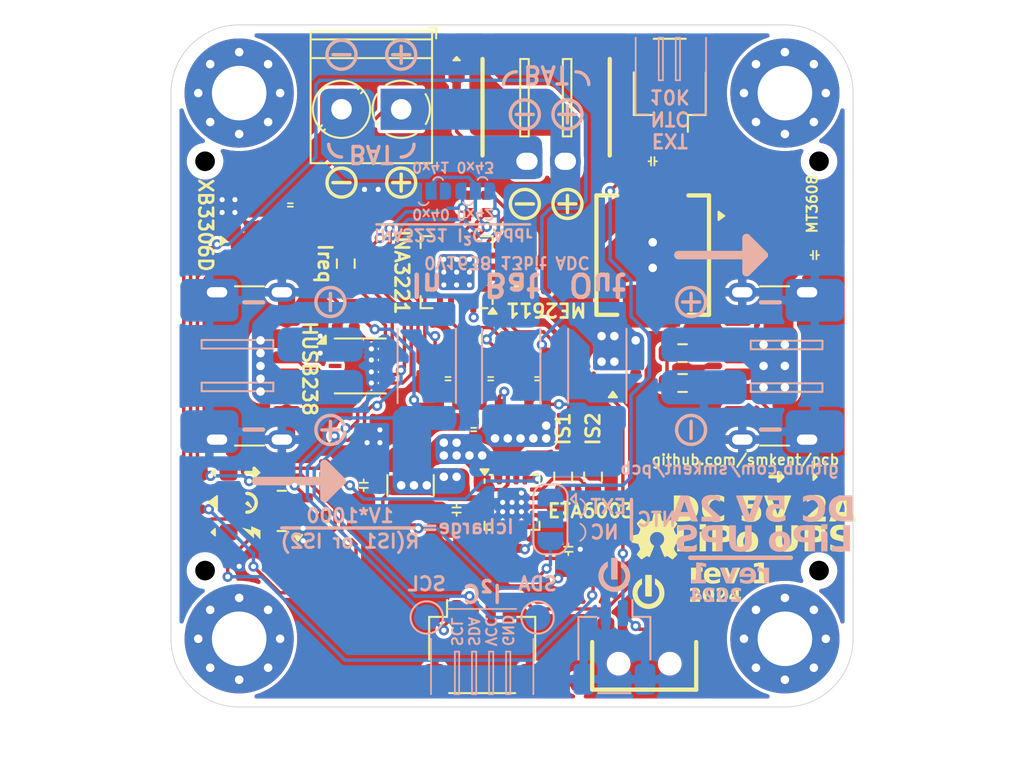
<source format=kicad_pcb>
(kicad_pcb (version 20240108) (generator "pcbnew") (generator_version "8.0")
  (layers (0 "F.Cu" signal) (31 "B.Cu" signal) (34 "B.Paste" user) (35 "F.Paste" user) (36 "B.SilkS" user "B.Silkscreen") (37 "F.SilkS" user "F.Silkscreen") (38 "B.Mask" user) (39 "F.Mask" user) (44 "Edge.Cuts" user))
  (net 0 "")
  (net 1 "B-")
  (net 2 "B+")
  (net 3 "VIN_SHUNT")
  (net 4 "GND")
  (net 5 "VOUT")
  (net 6 "VIN")
  (net 7 "VSYS")
  (net 8 "SW")
  (net 9 "Net-(J100-CC2)")
  (net 10 "Net-(J100-CC1)")
  (net 11 "NTC_CONN")
  (net 12 "FB")
  (net 13 "Net-(LED2A-RED_K)")
  (net 15 "BOOST_SW")
  (net 16 "BAT_SHUNT")
  (net 17 "LOAD_SHUNT")
  (net 18 "NTC")
  (net 19 "Net-(U1-ISET2)")
  (net 20 "Net-(U1-ISET1)")
  (net 21 "Net-(U2-VDD)")
  (net 33 "SDA")
  (net 34 "SCL")
  (net 35 "Net-(LED4-A)")
  (net 38 "Net-(JP1-B)")
  (net 39 "Net-(LED1-K)")
  (net 42 "LOAD_SHUNT_OUT")
  (net 43 "USB_DET")
  (net 44 "Net-(LED8-A)")
  (net 45 "Net-(LED10-A)")
  (net 46 "Net-(Q1B-G)")
  (net 47 "Net-(Q1A-G)")
  (net 48 "Net-(U101-ISET)")
  (net 53 "+3V3")
  (net 54 "Net-(J200-CC1)")
  (net 55 "Net-(J200-CC2)")
  (net 56 "Net-(U4-IN-1)")
  (net 57 "Net-(U4-IN+1)")
  (net 58 "Net-(U4-IN+2)")
  (net 59 "Net-(U4-IN-2)")
  (net 60 "Net-(U4-IN-3)")
  (net 61 "Net-(U4-IN+3)")
  (net 62 "Net-(LED2A-RED_A)")
  (net 63 "Net-(LED2B-BLUE_K)")
  (net 64 "Net-(LED2B-BLUE_A)")
  (net 65 "EXT_POWER_SWITCH")
  (net 66 "Net-(JP2-C)")
  (net 69 "Net-(RN1D-R4.2)")
  (footprint "custom:R_0402_1005Metric_simple" (layer "F.Cu") (at 117.5 140.5 -90)
    (property "Reference" "R8" (hide yes))
    (property "Value" "10K")
  )
  (footprint "lcsc:LED-ARRAY-SMD_4P-L2.0-W1.3-RD" (layer "F.Cu") (at 102.5 158)
    (property "Reference" "LED2" (hide yes))
    (property "Value" "LED")
  )
  (footprint "Inductor_SMD:L_1210_3225Metric" (layer "F.Cu") (at 114.05 157 -90)
    (property "Reference" "L1" (hide yes))
    (property "Value" "2u2")
  )
  (footprint "custom:USB_C_Receptacle_GCT_USB4125-xx-x_6P_TopMnt_Horizontal_handsolder" (layer "F.Cu") (at 136.5 150 90)
    (property "Reference" "J200" (hide yes))
    (property "Value" "USB_C_Receptacle_PowerOnly_6P")
  )
  (footprint "custom:SOT-23_simple" (layer "F.Cu") (at 124.75 150 180)
    (property "Reference" "Q2" (hide yes))
    (property "Value" "AO3401A")
  )
  (footprint "custom:jlcpcb-pcba-tooling-hole" (layer "F.Cu") (at 138 138)
    (property "Reference" "REF**" (hide yes))
    (property "Value" "jlcpcb-pcba-tooling-hole")
  )
  (footprint "custom:jlcpcb-pcba-tooling-hole" (layer "F.Cu") (at 102 162)
    (property "Reference" "REF**" (hide yes))
    (property "Value" "jlcpcb-pcba-tooling-hole")
  )
  (footprint "custom:R_0402_1005Metric_simple" (layer "F.Cu") (at 109.75 147.25 90)
    (property "Reference" "R103" (hide yes))
    (property "Value" "10K")
  )
  (footprint "custom:LED_0603_1608Metric_Pad1.05x0.95mm_HandSolder_simple" (layer "F.Cu") (at 137.75 156.5 180)
    (property "Reference" "LED10" (hide yes))
    (property "Value" "Blue")
  )
  (footprint "custom:R_0402_1005Metric_simple" (layer "F.Cu") (at 121.5 149.25 180)
    (property "Reference" "R32" (hide yes))
    (property "Value" "10R")
  )
  (footprint "custom:LED_0603_1608Metric_Pad1.05x0.95mm_HandSolder_simple" (layer "F.Cu") (at 102.5 159.75)
    (property "Reference" "LED1" (hide yes))
    (property "Value" "Pink")
  )
  (footprint "custom:LED_0603_1608Metric_Pad1.05x0.95mm_HandSolder_simple" (layer "F.Cu") (at 116.75 132 -90)
    (property "Reference" "LED4" (hide yes))
    (property "Value" "Red")
  )
  (footprint "custom:C_0603_1608Metric_Pad1.08x0.95mm_HandSolder" (layer "F.Cu") (at 128.25 138 180)
    (property "Reference" "C5" (hide yes))
    (property "Value" "10u")
  )
  (footprint "custom:R_0402_1005Metric_simple" (layer "F.Cu") (at 108 140.5625 90)
    (property "Reference" "R12" (hide yes))
    (property "Value" "100R")
  )
  (footprint "custom:R_0402_1005Metric_simple" (layer "F.Cu") (at 118.75 149.25 180)
    (property "Reference" "R30" (hide yes))
    (property "Value" "10R")
  )
  (footprint "custom:R_0402_1005Metric_simple" (layer "F.Cu") (at 118.75 152.25 180)
    (property "Reference" "R29" (hide yes))
    (property "Value" "10R")
  )
  (footprint "MountingHole:MountingHole_3.2mm_M3_Pad_Via" (layer "F.Cu") (at 136 134)
    (property "Reference" "REF**" (hide yes))
    (property "Value" "MountingHole_3.2mm_M3_Pad_Via")
  )
  (footprint "lcsc:SW-SMD_3P-P1.50_L2.7-W6.6" (layer "F.Cu") (at 127.75 167)
    (property "Reference" "SW1" (hide yes))
    (property "Value" "SW_SPDT")
  )
  (footprint "custom:C_0402_1005Metric_simple" (layer "F.Cu") (at 116.25 150.75 -90)
    (property "Reference" "C7" (hide yes))
    (property "Value" "0u1")
  )
  (footprint "custom:C_0603_1608Metric_Pad1.08x0.95mm_HandSolder" (layer "F.Cu") (at 137.75 143.5)
    (property "Reference" "C6" (hide yes))
    (property "Value" "10u")
  )
  (footprint "custom:R_0402_1005Metric_simple" (layer "F.Cu") (at 108 158.24 -90)
    (property "Reference" "R13" (hide yes))
    (property "Value" "10K")
  )
  (footprint "custom:R_0402_1005Metric_simple" (layer "F.Cu") (at 120.3 161.2 -90)
    (property "Reference" "R1" (hide yes))
    (property "Value" "10K")
  )
  (footprint "custom:R_0402_1005Metric_simple" (layer "F.Cu") (at 110.75 147.25 -90)
    (property "Reference" "R104" (hide yes))
    (property "Value" "10K")
  )
  (footprint "TerminalBlock_Phoenix:TerminalBlock_Phoenix_PT-1,5-2-3.5-H_1x02_P3.50mm_Horizontal" (layer "F.Cu") (at 113.5 134.95 180)
    (property "Reference" "J1" (hide yes))
    (property "Value" "P3.5")
  )
  (footprint "custom:jlcpcb-pcba-tooling-hole" (layer "F.Cu") (at 138 162)
    (property "Reference" "REF**" (hide yes))
    (property "Value" "jlcpcb-pcba-tooling-hole")
  )
  (footprint "graphics:oshw-logo-3mm" (layer "F.Cu") (at 128.5 160)
    (property "Reference" "G***" (hide yes))
    (property "Value" "LOGO" (hide yes))
  )
  (footprint "custom:WDFN-10-1EP_3x3mm_P0.5mm_EP1.8x2.5mm_ThermalVias_half" (layer "F.Cu") (at 111.1 150)
    (property "Reference" "U101" (hide yes))
    (property "Value" "HUSB238_002DD")
  )
  (footprint "custom:R_0402_1005Metric_simple" (layer "F.Cu") (at 116.25 152.25)
    (property "Reference" "R28" (hide yes))
    (property "Value" "10R")
  )
  (footprint "Resistor_SMD:R_0603_1608Metric_Pad0.98x0.95mm_HandSolder" (layer "F.Cu") (at 124.75 156.5 90)
    (property "Reference" "R5" (hide yes))
    (property "Value" "500R")
  )
  (footprint "custom:SOT-23-6_trimmed-pads_simple" (layer "F.Cu") (at 108.75 161.75)
    (property "Reference" "Q1" (hide yes))
    (property "Value" "2N7002DW")
  )
  (footprint "custom:JST_SH_SM02B-SRSS-TB_1x02-1MP_P1.00mm_Horizontal" (layer "F.Cu") (at 129.25 133.5 180)
    (property "Reference" "J301")
    (property "Value" "JST SH")
  )
  (footprint "custom:jlcpcb-pcba-tooling-hole" (layer "F.Cu") (at 102 138)
    (property "Reference" "REF**" (hide yes))
    (property "Value" "jlcpcb-pcba-tooling-hole")
  )
  (footprint "Resistor_SMD:R_0603_1608Metric_Pad0.98x0.95mm_HandSolder" (layer "F.Cu") (at 130 149.25)
    (property "Reference" "R202" (hide yes))
    (property "Value" "22K")
  )
  (footprint "custom:R_0402_1005Metric_simple" (layer "F.Cu") (at 127.25 150 -90)
    (property "Reference" "R10" (hide yes))
    (property "Value" "10K")
  )
  (footprint "custom:ETA6003_QFN-16-1EP_3x3mm_P0.5mm_EP1.7x1.7mm_ThermalVias" (layer "F.Cu") (at 120 158)
    (property "Reference" "U1" (hide yes))
    (property "Value" "ETA6003")
  )
  (footprint "Resistor_SMD:R_Array_Convex_4x0402" (layer "F.Cu") (at 106.5 158.5)
    (property "Reference" "RN1" (hide yes))
    (property "Value" "5K1")
  )
  (footprint "custom:C_0402_1005Metric_simple" (layer "F.Cu") (at 107 140.5625 90)
    (property "Reference" "C4" (hide yes))
    (property "Value" "0u1")
  )
  (footprint "custom:JST_SH_SM04B-SRSS-TB_1x04-1MP_P1.00mm_Horizontal" (layer "F.Cu") (at 118.25 166.5)
    (property "Reference" "J400")
    (property "Value" "JST SH")
  )
  (footprint "custom:R_0402_1005Metric_simple" (layer "F.Cu") (at 133.8 156.5)
    (property "Reference" "R26" (hide yes))
    (property "Value" "10K")
  )
  (footprint "custom:C_0402_1005Metric_simple" (layer "F.Cu") (at 118.75 150.75 90)
    (property "Reference" "C8" (hide yes))
    (property "Value" "0u1")
  )
  (footprint "custom:LED_0603_1608Metric_Pad1.05x0.95mm_HandSolder_simple" (layer "F.Cu") (at 102.5 156.25)
    (property "Reference" "LED8" (hide yes))
    (property "Value" "White")
  )
  (footprint "custom:R_0402_1005Metric_simple" (layer "F.Cu") (at 116.75 134.75 -90)
    (property "Reference" "R11" (hide yes))
    (property "Value" "5K1")
  )
  (footprint "custom:D_SOD-323_HandSoldering_simple" (layer "F.Cu") (at 134 143.5 180)
    (property "Reference" "D1" (hide yes))
    (property "Value" "BAT60A")
  )
  (footprint "custom:Conn_Combo_JST-1x02-XH_PH-THT-pad2gnd" (layer "F.Cu") (at 122 138 180)
    (property "Reference" "J300" (hide yes))
    (property "Value" "JST XH/PH")
  )
  (footprint "custom:R_0402_1005Metric_simple" (layer "F.Cu") (at 136.5 139.25 90)
    (property "Reference" "R25" (hide yes))
    (property "Value" "10K")
  )
  (footprint "custom:R_0402_1005Metric_simple" (layer "F.Cu") (at 119.2 161.2 -90)
    (property "Reference" "R2" (hide yes))
    (property "Value" "10K")
  )
  (footprint "custom:R_0402_1005Metric_simple" (layer "F.Cu") (at 136.5 141.25 90)
    (property "Reference" "R24" (hide yes))
    (property "Value" "75K")
  )
  (footprint "graphics:icon-power-2mm" (layer "F.Cu") (at 128 163.25)
    (property "Reference" "G***" (hide yes))
    (property "Value" "LOGO" (hide yes))
  )
  (footprint "Resistor_SMD:R_0603_1608Metric_Pad0.98x0.95mm_HandSolder" (layer "F.Cu") (at 130 151)
    (property "Reference" "R201" (hide yes))
    (property "Value" "22K")
  )
  (footprint "Resistor_SMD:R_0603_1608Metric_Pad0.98x0.95mm_HandSolder" (layer "F.Cu") (at 110.25 144 90)
    (property "Reference" "R102" (hide yes))
    (property "Value" "22K")
  )
  (footprint "custom:C_0805_2012Metric_Pad1.18x1.45mm_HandSolder" (layer "F.Cu") (at 111.25 157 -90)
    (property "Reference" "C1" (hide yes))
    (property "Value" "22u")
  )
  (footprint "custom:SOT-23-5_simple" (layer "F.Cu") (at 122 144 90)
    (property "Reference" "U3" (hide yes))
    (property "Value" "ME6211C33M5")
  )
  (footprint "MountingHole:MountingHole_3.2mm_M3_Pad_Via" (layer "F.Cu") (at 136 166)
    (property "Reference" "REF**" (hide yes))
    (property "Value" "MountingHole_3.2mm_M3_Pad_Via")
  )
  (footprint "custom:R_0402_1005Metric_simple" (layer "F.Cu") (at 109 158.25 -90)
    (property "Reference" "R7" (hide yes))
    (property "Value" "10R")
  )
  (footprint "custom:R_0402_1005Metric_simple" (layer "F.Cu") (at 116.25 149.25)
    (property "Reference" "R27" (hide yes))
    (property "Value" "10R")
  )
  (footprint "custom:C_0805_2012Metric_Pad1.18x1.45mm_wide-center_HandSolder" (layer "F.Cu") (at 116.8 158.45 90)
    (property "Reference" "C3" (hide yes))
    (property "Value" "10u")
  )
  (footprint "custom:C_0805_2012Metric_Pad1.18x1.45mm_HandSolder" (layer "F.Cu") (at 123.25 160.75 -90)
    (property "Reference" "C10" (hide yes))
    (property "Value" "10u")
  )
  (footprint "Resistor_SMD:R_0603_1608Metric_Pad0.98x0.95mm_HandSolder" (layer "F.Cu") (at 123 156.5 90)
    (property "Reference" "R4" (hide yes))
    (property "Value" "2K")
  )
  (footprint "custom:R_0402_1005Metric_simple" (layer "F.Cu") (at 118.5 140.5 -90)
    (property "Reference" "R9" (hide yes))
    (property "Value" "10K")
  )
  (footprint "custom:USB_C_Receptacle_GCT_USB4125-xx-x_6P_TopMnt_Horizontal_handsolder" (layer "F.Cu") (at 103.5 150 -90)
    (property "Reference" "J100" (hide yes))
    (property "Value" "USB_C_Receptacle_PowerOnly_6P")
  )
  (footprint "custom:R_0402_1005Metric_simple" (layer "F.Cu") (at 109 156.25 90)
    (property "Reference" "R6" (hide yes))
    (property "Value" "10R")
  )
  (footprint "custom:C_0402_1005Metric_simple" (layer "F.Cu") (at 117.75 153.73 90)
    (property "Reference" "C2" (hide yes))
    (property "Value" "1u")
  )
  (footprint "MountingHole:MountingHole_3.2mm_M3_Pad_Via" (layer "F.Cu") (at 104 134)
    (property "Reference" "REF**" (hide yes))
    (property "Value" "MountingHole_3.2mm_M3_Pad_Via")
  )
  (footprint "custom:R_0402_1005Metric_simple" (layer "F.Cu") (at 121.5 152.25 180)
    (property "Reference" "R31" (hide yes))
    (property "Value" "10R")
  )
  (footprint "lcsc:IND-SMD_L7.0-W6.6" (layer "F.Cu") (at 128.25 143.5 -90)
    (property "Reference" "L2" (hide yes))
    (property "Value" "4u7")
  )
  (footprint "custom:SOT-23_simple" (layer "F.Cu") (at 104.75 141.5 90)
    (property "Reference" "U2" (hide yes))
    (property "Value" "XB3306D")
  )
  (footprint "graphics:icon-lightning-bolt-1.2mm" (layer "F.Cu") (at 104.75 159.75 -90)
    (property "Reference" "G***" (hide yes))
    (property "Value" "LOGO" (hide yes))
  )
  (footprint "MountingHole:MountingHole_3.2mm_M3_Pad_Via" (layer "F.Cu") (at 104 166)
    (property "Reference" "REF**" (hide yes))
    (property "Value" "MountingHole_3.2mm_M3_Pad_Via")
  )
  (footprint "custom:C_0402_1005Metric_simple" (layer "F.Cu") (at 121.5 150.75 90)
    (property "Reference" "C9" (hide yes))
    (property "Value" "0u1")
  )
  (footprint "custom:Texas_RGV0016A_VQFN-16-1EP_4x4mm_P0.65mm_EP2.1x2.1mm_ThermalVias" (layer "F.Cu") (at 116.75 144.5 180)
    (property "Reference" "U4" (hide yes))
    (property "Value" "INA3221")
  )
  (footprint "custom:SOT-23-6_Handsoldering_simple" (layer "F.Cu") (at 134 140 90)
    (property "Reference" "U5" (hide yes))
    (property "Value" "MT3608")
  )
  (footprint "TestPoint:TestPoint_Pad_D1.5mm" (layer "B.Cu") (at 115 164.75 180)
    (property "Reference" "TP1" (hide yes))
    (property "Value" "~")
  )
  (footprint "custom:JST_SH_SM02B-SRSS-TB_1x02-1MP_P1.00mm_Horizontal" (layer "B.Cu") (at 126 166.5 180)
    (property "Reference" "J500")
    (property "Value" "JST SH")
  )
  (footprint "custom:SolderJumper-3_P1.0mm_Open_RoundedPad_simple" (layer "B.Cu") (at 117.85 139.75 180)
    (property "Reference" "JP3" (hide yes))
    (property "Value" "VS/GND")
  )
  (footprint "Resistor_SMD:R_2512_6332Metric_Pad1.40x3.35mm_HandSolder" (layer "B.Cu") (at 125 150 -90)
    (property "Reference" "SR3" (hide yes))
    (property "Value" "R040")
  )
  (footprint "custom:Conn_Combo_JST-1x02-XH_PH-SMD-alt-pad2gnd" (layer "B.Cu") (at 132 150 -90)
    (property "Reference" "J201" (hide yes))
    (property "Value" "JST XH/PH")
  )
  (footprint "Resistor_SMD:R_2512_6332Metric_Pad1.40x3.35mm_HandSolder" (layer "B.Cu") (at 115 150 -90)
    (property "Reference" "SR1" (hide yes))
    (property "Value" "R040")
  )
  (footprint "TestPoint:TestPoint_Pad_D1.5mm" (layer "B.Cu") (at 121.5 164.75 180)
    (property "Reference" "TP2" (hide yes))
    (property "Value" "~")
  )
  (footprint "graphics:icon-power-2mm" (layer "B.Cu") (at 126 162.25 180)
    (property "Reference" "G***" (hide yes))
    (property "Value" "LOGO" (hide yes))
  )
  (footprint "Resistor_SMD:R_2512_6332Metric_Pad1.40x3.35mm_HandSolder" (layer "B.Cu") (at 119.95 150 -90)
    (property "Reference" "SR2" (hide yes))
    (property "Value" "R040")
  )
  (footprint "custom:SolderJumper-3_P1.0mm_Open_RoundedPad_simple" (layer "B.Cu") (at 115.25 139.75 180)
    (property "Reference" "JP2" (hide yes))
    (property "Value" "VS/GND")
  )
  (footprint "Jumper:SolderJumper-3_P1.3mm_Open_RoundedPad1.0x1.5mm" (layer "B.Cu") (at 122.25 159 -90)
    (property "Reference" "JP1" (hide yes))
    (property "Value" "NTC")
  )
  (footprint "custom:Conn_Combo_JST-1x02-XH_PH-SMD-alt-pad2gnd" (layer "B.Cu") (at 108 150 90)
    (property "Reference" "J101" (hide yes))
    (property "Value" "JST XH/PH")
  )
  (gr_circle (center 110 131.75) (end 110.85 131.75) (stroke (width 0.2)) (fill none) (layer "B.SilkS"))
  (gr_line (start 109.85 153.75) (end 108.85 153.75) (stroke (width 0.2)) (layer "B.SilkS"))
  (gr_line (start 109.35 145.75) (end 109.35 146.75) (stroke (width 0.2)) (layer "B.SilkS"))
  (gr_line (start 118.65 166.75) (end 118.65 169.25) (stroke (width 0.1)) (layer "B.SilkS"))
  (gr_line (start 116.25 164.25) (end 120.25 164.25) (stroke (width 0.1)) (layer "B.SilkS"))
  (gr_line (start 123.25 134.75) (end 123.25 135.75) (stroke (width 0.2)) (layer "B.SilkS"))
  (gr_line (start 129.6 130.75) (end 129.6 133.25) (stroke (width 0.1)) (layer "B.SilkS"))
  (gr_line (start 122.75 135.25) (end 123.75 135.25) (stroke (width 0.2)) (layer "B.SilkS"))
  (gr_line (start 113 131.75) (end 114 131.75) (stroke (width 0.2)) (layer "B.SilkS"))
  (gr_line (start 115.25 166) (end 115.25 169.25) (stroke (width 0.1)) (layer "B.SilkS"))
  (gr_line (start 109.5 131.75) (end 110.5 131.75) (stroke (width 0.2)) (layer "B.SilkS"))
  (gr_line (start 121.25 166) (end 121.25 169.25) (stroke (width 0.1)) (layer "B.SilkS"))
  (gr_circle (center 109.35 153.75) (end 109.35 154.6) (stroke (width 0.2)) (fill none) (layer "B.SilkS"))
  (gr_line (start 116.65 169.25) (end 116.9 169.25) (stroke (width 0.1)) (layer "B.SilkS"))
  (gr_line (start 119.65 169.25) (end 119.9 169.25) (stroke (width 0.1)) (layer "B.SilkS"))
  (gr_arc (start 124 159.250001) (mid 124.309016 159.75) (end 124 160.249999) (stroke (width 0.1)) (layer "B.SilkS"))
  (gr_line (start 131.375 135.25) (end 131.375 130.75) (stroke (width 0.1)) (layer "B.SilkS"))
  (gr_poly (pts (xy 110 156.75) (xy 109 155.75) (xy 109 157.75)) (stroke (width 0.5)) (fill solid) (layer "B.SilkS"))
  (gr_line (start 106.5 159.5) (end 114.5 159.5) (stroke (width 0.2)) (layer "B.SilkS"))
  (gr_line (start 128.6 130.75) (end 128.6 133.25) (stroke (width 0.1)) (layer "B.SilkS"))
  (gr_arc (start 110 137.75) (mid 109.46967 137.53033) (end 109.25 137) (stroke (width 0.2)) (layer "B.SilkS"))
  (gr_line (start 127 157.825) (end 127 160.175) (stroke (width 0.2)) (layer "B.SilkS"))
  (gr_line (start 118.9 166.75) (end 118.65 166.75) (stroke (width 0.1)) (layer "B.SilkS"))
  (gr_line (start 119.9 169.25) (end 119.9 166.75) (stroke (width 0.1)) (layer "B.SilkS"))
  (gr_line (start 129.75 143.5) (end 134.75 143.5) (stroke (width 0.5)) (layer "B.SilkS"))
  (gr_line (start 112.05 141.7) (end 121.05 141.7) (stroke (width 0.15)) (layer "B.SilkS"))
  (gr_circle (center 113.5 131.75) (end 114.35 131.75) (stroke (width 0.2)) (fill none) (layer "B.SilkS"))
  (gr_arc (start 114.25 137) (mid 114.03033 137.53033) (end 113.5 137.75) (stroke (width 0.2)) (layer "B.SilkS"))
  (gr_line (start 129.85 133.25) (end 129.85 130.75) (stroke (width 0.1)) (layer "B.SilkS"))
  (gr_line (start 109.35 153.25) (end 109.35 154.25) (stroke (width 0.2)) (layer "B.SilkS"))
  (gr_line (start 127.25 135.25) (end 127.25 130.75) (stroke (width 0.1)) (layer "B.SilkS"))
  (gr_line (start 131.375 135.25) (end 130.625 135.25) (stroke (width 0.1)) (layer "B.SilkS"))
  (gr_line (start 113.5 131.25) (end 113.5 132.25) (stroke (width 0.2)) (layer "B.SilkS"))
  (gr_line (start 128.85 133.25) (end 128.85 130.75) (stroke (width 0.1)) (layer "B.SilkS"))
  (gr_arc (start 115.106374 140.4) (mid 114.815687 140.579655) (end 114.525 140.4) (stroke (width 0.1)) (layer "B.SilkS"))
  (gr_line (start 116.9 169.25) (end 116.9 166.75) (stroke (width 0.1)) (layer "B.SilkS"))
  (gr_line (start 118.9 169.25) (end 118.9 166.75) (stroke (width 0.1)) (layer "B.SilkS"))
  (gr_line (start 136.35 161.25) (end 130.45 161.25) (stroke (width 0.25)) (layer "B.SilkS"))
  (gr_circle (center 130.5 153.75) (end 130.5 152.9) (stroke (width 0.2)) (fill none) (layer "B.SilkS"))
  (gr_line (start 120.25 135.25) (end 121.25 135.25) (stroke (width 0.2)) (layer "B.SilkS"))
  (gr_line (start 117.65 166.75) (end 117.65 169.25) (stroke (width 0.1)) (layer "B.SilkS"))
  (gr_poly (pts (xy 134.75 143.5) (xy 133.75 142.5) (xy 133.75 144.5)) (stroke (width 0.5)) (fill solid) (layer "B.SilkS"))
  (gr_circle (center 130.5 146.25) (end 130.5 145.4) (stroke (width 0.2)) (fill none) (layer "B.SilkS"))
  (gr_line (start 105 156.75) (end 110 156.75) (stroke (width 0.5)) (layer "B.SilkS"))
  (gr_line (start 130 146.25) (end 131 146.25) (stroke (width 0.2)) (layer "B.SilkS"))
  (gr_line (start 116.65 166.75) (end 116.65 169.25) (stroke (width 0.1)) (layer "B.SilkS"))
  (gr_arc (start 124 157.8) (mid 124.309016 158.299999) (end 124 158.799998) (stroke (width 0.1)) (layer "B.SilkS"))
  (gr_circle (center 109.35 146.25) (end 109.35 147.1) (stroke (width 0.2)) (fill none) (layer "B.SilkS"))
  (gr_arc (start 119.5 133.5) (mid 119.71967 132.96967) (end 120.25 132.75) (stroke (width 0.2)) (layer "B.SilkS"))
  (gr_line (start 117.9 166.75) (end 117.65 166.75) (stroke (width 0.1)) (layer "B.SilkS"))
  (gr_arc (start 117.975 139.1) (mid 118.265687 138.920345) (end 118.556374 139.1) (stroke (width 0.1)) (layer "B.SilkS"))
  (gr_line (start 130.5 146.75) (end 130.5 145.75) (stroke (width 0.2)) (layer "B.SilkS"))
  (gr_line (start 130.5 154.25) (end 130.5 153.25) (stroke (width 0.2)) (layer "B.SilkS"))
  (gr_line (start 127.25 135.25) (end 128 135.25) (stroke (width 0.1)) (layer "B.SilkS"))
  (gr_line (start 119.65 166.75) (end 119.65 169.25) (stroke (width 0.1)) (layer "B.SilkS"))
  (gr_line (start 129.6 133.25) (end 129.85 133.25) (stroke (width 0.1)) (layer "B.SilkS"))
  (gr_line (start 118.65 169.25) (end 118.9 169.25) (stroke (width 0.1)) (layer "B.SilkS"))
  (gr_circle (center 120.75 135.25) (end 121.6 135.25) (stroke (width 0.2)) (fill none) (layer "B.SilkS"))
  (gr_arc (start 123.75 132.75) (mid 124.28033 132.96967) (end 124.5 133.5) (stroke (width 0.2)) (layer "B.SilkS"))
  (gr_arc (start 117.706374 140.4) (mid 117.415687 140.579655) (end 117.125 140.4) (stroke (width 0.1)) (layer "B.SilkS"))
  (gr_line (start 128.6 133.25) (end 128.85 133.25) (stroke (width 0.1)) (layer "B.SilkS"))
  (gr_arc (start 115.375 139.1) (mid 115.665687 138.920345) (end 115.956374 139.1) (stroke (width 0.1)) (layer "B.SilkS"))
  (gr_line (start 117.9 169.25) (end 117.9 166.75) (stroke (width 0.1)) (layer "B.SilkS"))
  (gr_line (start 128.85 130.75) (end 128.6 130.75) (stroke (width 0.1)) (layer "B.SilkS"))
  (gr_circle (center 123.25 135.25) (end 124.1 135.25) (stroke (width 0.2)) (fill none) (layer "B.SilkS"))
  (gr_line (start 117.65 169.25) (end 117.9 169.25) (stroke (width 0.1)) (layer "B.SilkS"))
  (gr_line (start 119.9 166.75) (end 119.65 166.75) (stroke (width 0.1)) (layer "B.SilkS"))
  (gr_line (start 129.85 130.75) (end 129.6 130.75) (stroke (width 0.1)) (layer "B.SilkS"))
  (gr_line (start 116.9 166.75) (end 116.65 166.75) (stroke (width 0.1)) (layer "B.SilkS"))
  (gr_line (start 122.75 140.5) (end 123.75 140.5) (stroke (width 0.2)) (layer "F.SilkS"))
  (gr_line (start 113 139.25) (end 114 139.25) (stroke (width 0.2)) (layer "F.SilkS"))
  (gr_line (start 113.5 139.75) (end 113.5 138.75) (stroke (width 0.2)) (layer "F.SilkS"))
  (gr_line (start 130.45 161.25) (end 136.35 161.25) (stroke (width 0.25)) (layer "F.SilkS"))
  (gr_line (start 135.125 156.5) (end 135.875 156.5) (stroke (width 0.2)) (layer "F.SilkS"))
  (gr_circle (center 123.25 140.5) (end 124.1 140.5) (stroke (width 0.2)) (fill none) (layer "F.SilkS"))
  (gr_line (start 109.5 139.25) (end 110.5 139.25) (stroke (width 0.2)) (layer "F.SilkS"))
  (gr_poly (pts (xy 104.875 156) (xy 105.125 156.25) (xy 104.875 156.5)) (stroke (width 0.2)) (fill solid) (layer "F.SilkS"))
  (gr_line (start 120.25 140.5) (end 121.25 140.5) (stroke (width 0.2)) (layer "F.SilkS"))
  (gr_arc (start 104.45 157.475) (mid 105 158.025) (end 104.45 158.575) (stroke (width 0.2)) (layer "F.SilkS"))
  (gr_line (start 104.375 156.25) (end 105.125 156.25) (stroke (width 0.2)) (layer "F.SilkS"))
  (gr_circle (center 120.75 140.5) (end 121.6 140.5) (stroke (width 0.2)) (fill none) (layer "F.SilkS"))
  (gr_circle (center 110 139.25) (end 110.85 139.25) (stroke (width 0.2)) (fill none) (layer "F.SilkS"))
  (gr_line (start 123.25 141) (end 123.25 140) (stroke (width 0.2)) (layer "F.SilkS"))
  (gr_poly (pts (xy 135.625 156.25) (xy 135.875 156.5) (xy 135.625 156.75)) (stroke (width 0.2)) (fill solid) (layer "F.SilkS"))
  (gr_poly (pts (xy 104.5 157.975) (xy 104.7 158.275) (xy 104.4 158.075)) (stroke (width 0.1)) (fill solid) (layer "F.SilkS"))
  (gr_circle (center 113.5 139.25) (end 114.35 139.25) (stroke (width 0.2)) (fill none) (layer "F.SilkS"))
  (gr_poly (pts (xy 104 130) (xy 103.80361 130.002394) (xy 103.412722 130.040893) (xy 103.02749 130.117521) (xy 102.651623 130.231539) (xy 102.288742 130.381849) (xy 101.942341 130.567004) (xy 101.615757 130.78522) (xy 101.312134 131.034397) (xy 101.034397 131.312134) (xy 100.78522 131.615757) (xy 100.567004 131.942341) (xy 100.381849 132.288742) (xy 100.231539 132.651623) (xy 100.117521 133.02749) (xy 100.040893 133.412722) (xy 100.002394 133.80361) (xy 100 134) (xy 100 144) (xy 100 156) (xy 100 166) (xy 100.002394 166.19639) (xy 100.040893 166.587278) (xy 100.117521 166.97251) (xy 100.231539 167.348377) (xy 100.381849 167.711258) (xy 100.567004 168.057659) (xy 100.78522 168.384243) (xy 101.034397 168.687866) (xy 101.312134 168.965603) (xy 101.615757 169.21478) (xy 101.942341 169.432996) (xy 102.288742 169.618151) (xy 102.651623 169.768461) (xy 103.02749 169.882479) (xy 103.412722 169.959107) (xy 103.80361 169.997606) (xy 104 170) (xy 136 170) (xy 136.19639 169.997606) (xy 136.587278 169.959107) (xy 136.97251 169.882479) (xy 137.348377 169.768461) (xy 137.711258 169.618151) (xy 138.057659 169.432996) (xy 138.384243 169.21478) (xy 138.687866 168.965603) (xy 138.965603 168.687866) (xy 139.21478 168.384243) (xy 139.432996 168.057659) (xy 139.618151 167.711258) (xy 139.768461 167.348377) (xy 139.882479 166.97251) (xy 139.959107 166.587278) (xy 139.997606 166.19639) (xy 140 166) (xy 140 156) (xy 140 144) (xy 140 134) (xy 139.997606 133.80361) (xy 139.959107 133.412722) (xy 139.882479 133.02749) (xy 139.768461 132.651623) (xy 139.618151 132.288742) (xy 139.432996 131.942341) (xy 139.21478 131.615757) (xy 138.965603 131.312134) (xy 138.687866 131.034397) (xy 138.384243 130.78522) (xy 138.057659 130.567004) (xy 137.711258 130.381849) (xy 137.348377 130.231539) (xy 136.97251 130.117521) (xy 136.587278 130.040893) (xy 136.19639 130.002394) (xy 136 130)) (stroke (width 0.05)) (fill none) (layer "Edge.Cuts"))
  (gr_text "rev 1" (at 130.4 162.25 0) (layer "B.SilkS") (effects (font (size 1.2 1.2) (thickness 0.24) (bold yes)) (justify right mirror)))
  (gr_text "NTC" (at 127.25 159 0) (layer "B.SilkS") (effects (font (size 0.8 0.8) (thickness 0.16) (bold yes)) (justify right mirror)))
  (gr_text "SCL" (at 115 163.25 0) (layer "B.SilkS") (effects (font (size 0.8 0.8) (thickness 0.16) (bold yes)) (justify bottom mirror)))
  (gr_text "Bat" (at 120 146 180) (layer "B.SilkS") (effects (font (size 1.3 1.3) (thickness 0.26) (bold yes)) (justify top mirror)))
  (gr_text "In" (at 115 146 180) (layer "B.SilkS") (effects (font (size 1.3 1.3) (thickness 0.26) (bold yes)) (justify top mirror)))
  (gr_text "DC 5V 2A" (at 134.75 158.5 -0) (layer "B.SilkS") (effects (font (size 1.5 1.5) (thickness 0.3) (bold yes)) (justify mirror)))
  (gr_text "0V1638 13bit ADC" (at 119.7 144.35 180) (layer "B.SilkS") (effects (font (size 0.7 0.7) (thickness 0.14) (bold yes)) (justify top mirror)))
  (gr_text "SDA" (at 121.5 163.25 0) (layer "B.SilkS") (effects (font (size 0.8 0.8) (thickness 0.16) (bold yes)) (justify bottom mirror)))
  (gr_text "SCL" (at 116.75 166.5 270) (layer "B.SilkS") (effects (font (size 0.6 0.6) (thickness 0.12) (bold yes)) (justify left mirror)))
  (gr_text "BAT" (at 111.75 137 180) (layer "B.SilkS") (effects (font (size 1 1) (thickness 0.2) (bold yes)) (justify bottom mirror)))
  (gr_text "EXT\nNTC\n10K" (at 129.25 133.75 180) (layer "B.SilkS") (effects (font (size 0.8 0.8) (thickness 0.16) (bold yes)) (justify bottom mirror)))
  (gr_text "INA3221 I²C Addr" (at 116.55 141.9 180) (layer "B.SilkS") (effects (font (size 0.7 0.7) (thickness 0.14) (bold yes)) (justify bottom mirror)))
  (gr_text "VCC" (at 118.75 166.5 -90) (layer "B.SilkS") (effects (font (size 0.6 0.6) (thickness 0.12)) (justify left mirror)))
  (gr_text "Icharge=" (at 120.2 159.9 0) (layer "B.SilkS") (effects (font (size 0.8 0.8) (thickness 0.16) (bold yes)) (justify left bottom mirror)))
  (gr_text "LiPo UPS" (at 134.75 160.25 -0) (layer "B.SilkS") (effects (font (size 1.5 1.5) (thickness 0.3) (bold yes)) (justify mirror)))
  (gr_text "2024" (at 130.4 163.5 0) (layer "B.SilkS") (effects (font (size 0.8 0.8) (thickness 0.24) (bold yes)) (justify right mirror)))
  (gr_text "1V*1000" (at 110.5 159.25 0) (layer "B.SilkS") (effects (font (size 0.8 0.8) (thickness 0.16) (bold yes)) (justify bottom mirror)))
  (gr_text "GND" (at 119.75 166.5 -90) (layer "B.SilkS") (effects (font (size 0.6 0.6) (thickness 0.12)) (justify left mirror)))
  (gr_text "R(IS1 or IS2)" (at 110.5 160.75 0) (layer "B.SilkS") (effects (font (size 0.8 0.8) (thickness 0.16) (bold yes)) (justify bottom mirror)))
  (gr_text "github.com/smkent/pcb" (at 139.25 156 0) (layer "B.SilkS") (effects (font (size 0.7 0.7) (thickness 0.14) (bold yes)) (justify left mirror)))
  (gr_text "0x42" (at 117.85 140.75 180) (layer "B.SilkS") (effects (font (size 0.6 0.6) (thickness 0.12) (bold yes)) (justify bottom mirror)))
  (gr_text "0x40" (at 115.25 140.75 180) (layer "B.SilkS") (effects (font (size 0.6 0.6) (thickness 0.12) (bold yes)) (justify bottom mirror)))
  (gr_text "SDA" (at 117.75 166.5 -90) (layer "B.SilkS") (effects (font (size 0.6 0.6) (thickness 0.12)) (justify left mirror)))
  (gr_text "0x43" (at 117.85 138.7 180) (layer "B.SilkS") (effects (font (size 0.6 0.6) (thickness 0.12) (bold yes)) (justify top mirror)))
  (gr_text "I²C" (at 118.25 164 0) (layer "B.SilkS") (effects (font (size 1 1) (thickness 0.2) (bold yes)) (justify bottom mirror)))
  (gr_text "Out" (at 125 146 180) (layer "B.SilkS") (effects (font (size 1.3 1.3) (thickness 0.26) (bold yes)) (justify top mirror)))
  (gr_text "EXT" (at 124.5 158.25 0) (layer "B.SilkS") (effects (font (size 0.8 0.8) (thickness 0.16) (bold yes)) (justify right mirror)))
  (gr_text "BAT" (at 122 133.5 180) (layer "B.SilkS") (effects (font (size 1 1) (thickness 0.2) (bold yes)) (justify top mirror)))
  (gr_text "0x41" (at 115.25 138.7 180) (layer "B.SilkS") (effects (font (size 0.6 0.6) (thickness 0.12) (bold yes)) (justify top mirror)))
  (gr_text "NC" (at 124.5 159.75 0) (layer "B.SilkS") (effects (font (size 0.8 0.8) (thickness 0.16) (bold yes)) (justify right mirror)))
  (gr_text "IS1" (at 123 154.75 90) (layer "F.SilkS") (effects (font (size 0.8 0.8) (thickness 0.16) (bold yes)) (justify left)))
  (gr_text "INA3221" (at 114 144.5 -90) (layer "F.SilkS") (effects (font (size 0.8 0.8) (thickness 0.16) (bold yes)) (justify top)))
  (gr_text "Ireq" (at 109.5 144 270) (layer "F.SilkS") (effects (font (size 0.8 0.8) (thickness 0.16) (bold yes)) (justify top)))
  (gr_text "XB3306D" (at 102.5 141.75 -90) (layer "F.SilkS") (effects (font (size 0.8 0.8) (thickness 0.16) (bold yes)) (justify top)))
  (gr_text "ME2611" (at 122 146.25 180) (layer "F.SilkS") (effects (font (size 0.8 0.8) (thickness 0.16) (bold yes)) (justify bottom)))
  (gr_text "github.com/smkent/pcb" (at 139.25 155.5 0) (layer "F.SilkS") (effects (font (size 0.6 0.6) (thickness 0.12) (bold yes)) (justify right)))
  (gr_text "DC 5V 2A" (at 134.75 158.5 0) (layer "F.SilkS") (effects (font (size 1.5 1.5) (thickness 0.3) (bold yes))))
  (gr_text "rev 1" (at 130.35 162.25 0) (layer "F.SilkS") (effects (font (size 1.2 1.2) (thickness 0.24) (bold yes)) (justify left)))
  (gr_text "IS2" (at 124.75 154.75 90) (layer "F.SilkS") (effects (font (size 0.8 0.8) (thickness 0.16) (bold yes)) (justify left)))
  (gr_text "2024" (at 130.35 163.5 0) (layer "F.SilkS") (effects (font (size 0.8 0.8) (thickness 0.24) (bold yes)) (justify left)))
  (gr_text "MT3608" (at 137.25 140.5 90) (layer "F.SilkS") (effects (font (size 0.6 0.6) (thickness 0.12) (bold yes)) (justify top)))
  (gr_text "ETA6003" (at 122 158.5 0) (layer "F.SilkS") (effects (font (size 0.8 0.8) (thickness 0.16) (bold yes)) (justify left)))
  (gr_text "HUSB238" (at 108.6 150.15 -90) (layer "F.SilkS") (effects (font (size 0.8 0.8) (thickness 0.16) (bold yes)) (justify top)))
  (gr_text "LiPo UPS" (at 134.75 160.25 0) (layer "F.SilkS") (effects (font (size 1.5 1.5) (thickness 0.3) (bold yes))))
  (segment (start 119.875 137) (end 120.875 138) (width 0.2) (layer "F.Cu") (net 1))
  (segment (start 117.5 137) (end 119.875 137) (width 0.2) (layer "F.Cu") (net 1))
  (segment (start 116.75 135.26) (end 116.75 136.25) (width 0.2) (layer "F.Cu") (net 1))
  (segment (start 116.75 136.25) (end 117.5 137) (width 0.2) (layer "F.Cu") (net 1))
  (segment (start 108 139.5) (end 112.55 134.95) (width 0.2) (layer "F.Cu") (net 2))
  (segment (start 108 140.0525) (end 108 139.5) (width 0.2) (layer "F.Cu") (net 2))
  (segment (start 112.55 134.95) (end 113.5 134.95) (width 0.2) (layer "F.Cu") (net 2))
  (segment (start 119.26 149.25) (end 119.26 149.191068) (width 0.2) (layer "F.Cu") (net 2))
  (segment (start 119.26 149.191068) (end 118.514175 148.445243) (width 0.2) (layer "F.Cu") (net 2))
  (via (at 118.514175 148.445243) (size 0.6) (drill 0.3) (layers "F.Cu" "B.Cu") (net 2))
  (segment (start 118.709418 148.190582) (end 119.95 146.95) (width 0.2) (layer "B.Cu") (net 2))
  (segment (start 118.709418 148.25) (end 118.709418 148.190582) (width 0.2) (layer "B.Cu") (net 2))
  (segment (start 118.514175 148.445243) (end 118.709418 148.25) (width 0.2) (layer "B.Cu") (net 2))
  (segment (start 109.625 149) (end 109.625 147.885) (width 0.2) (layer "F.Cu") (net 3))
  (segment (start 107.02 157.73) (end 107 157.75) (width 0.2) (layer "F.Cu") (net 3))
  (segment (start 122.749478 161.286978) (end 121.776471 161.286978) (width 0.2) (layer "F.Cu") (net 3))
  (segment (start 122.700736 162.450734) (end 122.700736 162.336764) (width 0.2) (layer "F.Cu") (net 3))
  (segment (start 114.25 152) (end 114.5 152.25) (width 0.2) (layer "F.Cu") (net 3))
  (segment (start 113.215256 157) (end 113.5 157) (width 0.2) (layer "F.Cu") (net 3))
  (segment (start 112.740256 159.325) (end 112.425 159.009744) (width 0.2) (layer "F.Cu") (net 3))
  (segment (start 108 157.73) (end 107.02 157.73) (width 0.2) (layer "F.Cu") (net 3))
  (segment (start 114.3 159.325) (end 112.740256 159.325) (width 0.2) (layer "F.Cu") (net 3))
  (segment (start 122.700736 162.336764) (end 123.25 161.7875) (width 0.2) (layer "F.Cu") (net 3))
  (segment (start 111.86 147.85) (end 110.75 146.74) (width 0.2) (layer "F.Cu") (net 3))
  (segment (start 121.063449 162) (end 120.59 162) (width 0.2) (layer "F.Cu") (net 3))
  (segment (start 117.175 157.75) (end 116.8 157.375) (width 0.35) (layer "F.Cu") (net 3))
  (segment (start 121.776471 161.286978) (end 121.063449 162) (width 0.2) (layer "F.Cu") (net 3))
  (segment (start 118.55 157.75) (end 117.175 157.75) (width 0.35) (layer "F.Cu") (net 3))
  (segment (start 109.75 147.74) (end 110.75 146.74) (width 0.2) (layer "F.Cu") (net 3))
  (segment (start 109.75 147.76) (end 109.75 147.74) (width 0.2) (layer "F.Cu") (net 3))
  (segment (start 111.952667 147.85) (end 111.86 147.85) (width 0.2) (layer "F.Cu") (net 3))
  (segment (start 112.425 157.790256) (end 113.215256 157) (width 0.2) (layer "F.Cu") (net 3))
  (segment (start 109.625 147.885) (end 109.75 147.76) (width 0.2) (layer "F.Cu") (net 3))
  (segment (start 114.5 159.525) (end 114.3 159.325) (width 0.2) (layer "F.Cu") (net 3))
  (segment (start 123.25 161.7875) (end 122.749478 161.286978) (width 0.2) (layer "F.Cu") (net 3))
  (segment (start 107.98 157.73) (end 107.25 157) (width 0.2) (layer "F.Cu") (net 3))
  (segment (start 120.59 162) (end 120.3 161.71) (width 0.2) (layer "F.Cu") (net 3))
  (segment (start 112.425 159.009744) (end 112.425 157.790256) (width 0.2) (layer "F.Cu") (net 3))
  (segment (start 108 157.73) (end 107.98 157.73) (width 0.2) (layer "F.Cu") (net 3))
  (segment (start 114.5 152.25) (end 115.74 152.25) (width 0.2) (layer "F.Cu") (net 3))
  (segment (start 107 157.75) (end 107 158.25) (width 0.2) (layer "F.Cu") (net 3))
  (via (at 111.952667 147.85) (size 0.6) (drill 0.3) (layers "F.Cu" "B.Cu") (net 3))
  (via (at 114.5 159.525) (size 0.6) (drill 0.3) (layers "F.Cu" "B.Cu") (net 3))
  (via (at 116 156.5) (size 1) (drill 0.5) (layers "F.Cu" "B.Cu") (net 3))
  (via (at 114.25 157) (size 1) (drill 0.5) (layers "F.Cu" "B.Cu") (net 3))
  (via (at 113.5 157) (size 1) (drill 0.5) (layers "F.Cu" "B.Cu") (net 3))
  (via (at 116.75 156.5) (size 1) (drill 0.5) (layers "F.Cu" "B.Cu") (net 3))
  (via (at 114.25 152) (size 0.6) (drill 0.3) (layers "F.Cu" "B.Cu") (net 3))
  (via (at 107.25 157) (size 0.6) (drill 0.3) (layers "F.Cu" "B.Cu") (net 3))
  (via (at 122.700736 162.450734) (size 0.6) (drill 0.3) (layers "F.Cu" "B.Cu") (net 3))
  (via (at 115 157) (size 1) (drill 0.5) (layers "F.Cu" "B.Cu") (net 3))
  (segment (start 109.804854 153.05) (end 115 153.05) (width 0.2) (layer "B.Cu") (net 3))
  (segment (start 108.994612 154.374016) (end 108.994612 153.860242) (width 0.2) (layer "B.Cu") (net 3))
  (segment (start 115.590686 159.525) (end 114.5 159.525) (width 0.2) (layer "B.Cu") (net 3))
  (segment (start 119.065686 163) (end 115.590686 159.525) (width 0.2) (layer "B.Cu") (net 3))
  (segment (start 107.6 155.768628) (end 108.994612 154.374016) (width 0.2) (layer "B.Cu") (net 3))
  (segment (start 107.25 157) (end 107.6 156.65) (width 0.2) (layer "B.Cu") (net 3))
  (segment (start 122.15147 163) (end 119.065686 163) (width 0.2) (layer "B.Cu") (net 3))
  (segment (start 107.6 156.65) (end 107.6 155.768628) (width 0.2) (layer "B.Cu") (net 3))
  (segment (start 115 152.75) (end 115 153.05) (width 0.2) (layer "B.Cu") (net 3))
  (segment (start 112.85 147.85) (end 114.25 149.25) (width 0.2) (layer "B.Cu") (net 3))
  (segment (start 114.25 152) (end 115 152.75) (width 0.2) (layer "B.Cu") (net 3))
  (segment (start 108.994612 153.860242) (end 109.804854 153.05) (width 0.2) (layer "B.Cu") (net 3))
  (segment (start 114.25 152.3) (end 115 153.05) (width 0.2) (layer "B.Cu") (net 3))
  (segment (start 122.700736 162.450734) (end 122.15147 163) (width 0.2) (layer "B.Cu") (net 3))
  (segment (start 114.25 149.25) (end 114.25 152.3) (width 0.2) (layer "B.Cu") (net 3))
  (segment (start 111.952667 147.85) (end 112.85 147.85) (width 0.2) (layer "B.Cu") (net 3))
  (segment (start 119.25 160.64) (end 119.2 160.69) (width 0.35) (layer "F.Cu") (net 4))
  (segment (start 111.75 149.564386) (end 111.75 149) (width 0.2) (layer "F.Cu") (net 4))
  (segment (start 106.78 152.75) (end 106.78 154.04) (width 1) (layer "F.Cu") (net 4))
  (segment (start 111.75 150.435614) (end 112.185614 150) (width 0.2) (layer "F.Cu") (net 4))
  (segment (start 106.78 145.96) (end 106.5 145.68) (width 1) (layer "F.Cu") (net 4))
  (segment (start 106.78 147.25) (end 106.78 145.96) (width 1) (layer "F.Cu") (net 4))
  (segment (start 106.78 154.04) (end 106.5 154.32) (width 1) (layer "F.Cu") (net 4))
  (segment (start 119.75 160.14) (end 119.2 160.69) (width 0.35) (layer "F.Cu") (net 4))
  (segment (start 111.75 151) (end 111.75 150.435614) (width 0.2) (layer "F.Cu") (net 4))
  (segment (start 112.185614 150) (end 111.75 149.564386) (width 0.2) (layer "F.Cu") (net 4))
  (segment (start 102.92 154.32) (end 104.75 156.15) (width 0.2) (layer "F.Cu") (net 4))
  (segment (start 102.7 154.32) (end 102.92 154.32) (width 0.2) (layer "F.Cu") (net 4))
  (segment (start 119.25 159.45) (end 119.25 160.64) (width 0.35) (layer "F.Cu") (net 4))
  (segment (start 119.75 159.45) (end 119.75 160.14) (width 0.35) (layer "F.Cu") (net 4))
  (segment (start 112.575 150) (end 112.185614 150) (width 0.2) (layer "F.Cu") (net 4))
  (segment (start 120.25 158.25) (end 120 158) (width 0.2) (layer "F.Cu") (net 4))
  (segment (start 121.45 158.25) (end 120.25 158.25) (width 0.2) (layer "F.Cu") (net 4))
  (via (at 107.748155 159.517125) (size 0.6) (drill 0.3) (layers "F.Cu" "B.Cu") (net 4))
  (via (at 107.75 160.25) (size 0.6) (drill 0.3) (layers "F.Cu" "B.Cu") (net 4))
  (via (at 128.25 142.75) (size 1) (drill 0.5) (layers "F.Cu" "B.Cu") (net 4))
  (via (at 108.75 149.25) (size 0.6) (drill 0.3) (layers "F.Cu" "B.Cu") (net 4))
  (via (at 112.25 153.75) (size 0.6) (drill 0.3) (layers "F.Cu" "B.Cu") (net 4))
  (via (at 128.25 144.25) (size 1) (drill 0.5) (layers "F.Cu" "B.Cu") (net 4))
  (via (at 103 140.25) (size 0.6) (drill 0.3) (layers "F.Cu" "B.Cu") (net 4))
  (via (at 112.15 139.65) (size 0.6) (drill 0.3) (layers "F.Cu" "B.Cu") (net 4))
  (via (at 103.75 140.25) (size 0.6) (drill 0.3) (layers "F.Cu" "B.Cu") (net 4))
  (via (at 124 160.75) (size 0.6) (drill 0.3) (layers "F.Cu" "B.Cu") (net 4))
  (via (at 103 141) (size 0.6) (drill 0.3) (layers "F.Cu" "B.Cu") (net 4))
  (via (at 108.75 148.25) (size 0.6) (drill 0.3) (layers "F.Cu" "B.Cu") (net 4))
  (via (at 104 161.75) (size 0.6) (drill 0.3) (layers "F.Cu" "B.Cu") (net 4))
  (via (at 103.75 141) (size 0.6) (drill 0.3) (layers "F.Cu" "B.Cu") (net 4))
  (via (at 112.25 154.5) (size 0.6) (drill 0.3) (layers "F.Cu" "B.Cu") (net 4))
  (via (at 111.5 154.5) (size 0.6) (drill 0.3) (layers "F.Cu" "B.Cu") (net 4))
  (via (at 111.35 139.65) (size 0.6) (drill 0.3) (layers "F.Cu" "B.Cu") (net 4))
  (segment (start 119.409448 163.425) (end 120.425 163.425) (width 0.2) (layer "F.Cu") (net 5))
  (segment (start 118.75 164.5) (end 118.75 164.084448) (width 0.2) (layer "F.Cu") (net 5))
  (segment (start 120.425 163.425) (end 121.25 164.25) (width 0.2) (layer "F.Cu") (net 5))
  (segment (start 133.29 156.5) (end 125.54 164.25) (width 0.2) (layer "F.Cu") (net 5))
  (segment (start 129.0875 151) (end 129.8625 151.775) (width 0.2) (layer "F.Cu") (net 5))
  (segment (start 129.0875 151) (end 129.0875 149.25) (width 0.2) (layer "F.Cu") (net 5))
  (segment (start 135 154.79) (end 133.29 156.5) (width 0.2) (layer "F.Cu") (net 5))
  (segment (start 134.02 151.52) (end 133.22 151.52) (width 0.2) (layer "F.Cu") (net 5))
  (segment (start 135 152.5) (end 134.02 151.52) (width 0.2) (layer "F.Cu") (net 5))
  (segment (start 135 154.79) (end 135 152.5) (width 0.2) (layer "F.Cu") (net 5))
  (segment (start 129.8625 151.775) (end 132.965 151.775) (width 0.2) (layer "F.Cu") (net 5))
  (segment (start 121.25 164.25) (end 125.54 164.25) (width 0.2) (layer "F.Cu") (net 5))
  (segment (start 118.75 164.084448) (end 119.409448 163.425) (width 0.2) (layer "F.Cu") (net 5))
  (segment (start 132.965 151.775) (end 133.22 151.52) (width 0.2) (layer "F.Cu") (net 5))
  (via (at 136 150) (size 1) (drill 0.5) (layers "F.Cu" "B.Cu") (net 5))
  (via (at 134.75 151.25) (size 1) (drill 0.5) (layers "F.Cu" "B.Cu") (net 5))
  (via (at 136 151.25) (size 1) (drill 0.5) (layers "F.Cu" "B.Cu") (net 5))
  (via (at 134.75 150) (size 1) (drill 0.5) (layers "F.Cu" "B.Cu") (net 5))
  (via (at 136 148.75) (size 1) (drill 0.5) (layers "F.Cu" "B.Cu") (net 5))
  (via (at 134.75 148.75) (size 1) (drill 0.5) (layers "F.Cu" "B.Cu") (net 5))
  (segment (start 115.4875 148.25) (end 115.4875 148.9975) (width 0.2) (layer "F.Cu") (net 6))
  (segment (start 115.4875 148.9975) (end 115.74 149.25) (width 0.2) (layer "F.Cu") (net 6))
  (via (at 105.25 150) (size 1) (drill 0.5) (layers "F.Cu" "B.Cu") (net 6))
  (via (at 105.25 149.25) (size 1) (drill 0.5) (layers "F.Cu" "B.Cu") (net 6))
  (via (at 105.25 151.5) (size 1) (drill 0.5) (layers "F.Cu" "B.Cu") (net 6))
  (via (at 105.25 148.5) (size 1) (drill 0.5) (layers "F.Cu" "B.Cu") (net 6))
  (via (at 105.25 150.75) (size 1) (drill 0.5) (layers "F.Cu" "B.Cu") (net 6))
  (via (at 115.4875 148.25) (size 0.6) (drill 0.3) (layers "F.Cu" "B.Cu") (net 6))
  (segment (start 115.25 148.25) (end 115 148) (width 0.2) (layer "B.Cu") (net 6))
  (segment (start 115 148) (end 115 146.95) (width 0.2) (layer "B.Cu") (net 6))
  (segment (start 115.4875 148.25) (end 115.25 148.25) (width 0.2) (layer "B.Cu") (net 6))
  (segment (start 108.372544 150.5) (end 108.872544 151) (width 0.2) (layer "F.Cu") (net 9))
  (segment (start 106.78 150.5) (end 108.372544 150.5) (width 0.2) (layer "F.Cu") (net 9))
  (segment (start 108.872544 151) (end 109.625 151) (width 0.2) (layer "F.Cu") (net 9))
  (segment (start 107.256602 149.5) (end 106.78 149.5) (width 0.2) (layer "F.Cu") (net 10))
  (segment (start 109.625 150.5) (end 108.93823 150.5) (width 0.2) (layer "F.Cu") (net 10))
  (segment (start 108.53823 150.1) (end 107.856602 150.1) (width 0.2) (layer "F.Cu") (net 10))
  (segment (start 107.856602 150.1) (end 107.256602 149.5) (width 0.2) (layer "F.Cu") (net 10))
  (segment (start 108.93823 150.5) (end 108.53823 150.1) (width 0.2) (layer "F.Cu") (net 10))
  (segment (start 125.75 139.75) (end 126.5 139) (width 0.2) (layer "F.Cu") (net 11))
  (segment (start 127.75 139) (end 128.225 138.525) (width 0.2) (layer "F.Cu") (net 11))
  (segment (start 128.225 136.025) (end 128.75 135.5) (width 0.2) (layer "F.Cu") (net 11))
  (segment (start 126.5 139) (end 127.75 139) (width 0.2) (layer "F.Cu") (net 11))
  (segment (start 128.225 138.525) (end 128.225 136.025) (width 0.2) (layer "F.Cu") (net 11))
  (via (at 125.75 139.75) (size 0.6) (drill 0.3) (layers "F.Cu" "B.Cu") (net 11))
  (segment (start 125.75 139.75) (end 125.75 143.75) (width 0.2) (layer "B.Cu") (net 11))
  (segment (start 125.75 143.75) (end 126.975 144.975) (width 0.2) (layer "B.Cu") (net 11))
  (segment (start 126.975 151.715685) (end 126.975 156.525) (width 0.2) (layer "B.Cu") (net 11))
  (segment (start 126.975 156.525) (end 126.5 157) (width 0.2) (layer "B.Cu") (net 11))
  (segment (start 128.05 150.640685) (end 126.975 151.715685) (width 0.2) (layer "B.Cu") (net 11))
  (segment (start 126.975 144.975) (end 126.975 147.093629) (width 0.2) (layer "B.Cu") (net 11))
  (segment (start 126.975 147.093629) (end 128.05 148.168629) (width 0.2) (layer "B.Cu") (net 11))
  (segment (start 122.95 157) (end 122.25 157.7) (width 0.2) (layer "B.Cu") (net 11))
  (segment (start 126.5 157) (end 122.95 157) (width 0.2) (layer "B.Cu") (net 11))
  (segment (start 128.05 148.168629) (end 128.05 150.640685) (width 0.2) (layer "B.Cu") (net 11))
  (segment (start 136.5 139.76) (end 136.5 140.74) (width 0.2) (layer "F.Cu") (net 12))
  (segment (start 135.3 141) (end 136.24 141) (width 0.2) (layer "F.Cu") (net 12))
  (segment (start 136.24 141) (end 136.5 140.74) (width 0.2) (layer "F.Cu") (net 12))
  (segment (start 134.95 141.35) (end 135.3 141) (width 0.2) (layer "F.Cu") (net 12))
  (segment (start 102.475 157.025) (end 103.847528 157.025) (width 0.2) (layer "F.Cu") (net 13))
  (segment (start 101.9 157.6) (end 102.475 157.025) (width 0.2) (layer "F.Cu") (net 13))
  (segment (start 109.62 158.36) (end 109.62 159.58) (width 0.2) (layer "F.Cu") (net 13))
  (segment (start 107.66 156.4) (end 109 157.74) (width 0.2) (layer "F.Cu") (net 13))
  (segment (start 103.847528 157.025) (end 104.172528 157.35) (width 0.2) (layer "F.Cu") (net 13))
  (segment (start 109.62 159.58) (end 108.75 160.45) (width 0.2) (layer "F.Cu") (net 13))
  (segment (start 105.5 157.35) (end 106.45 156.4) (width 0.2) (layer "F.Cu") (net 13))
  (segment (start 106.45 156.4) (end 107.66 156.4) (width 0.2) (layer "F.Cu") (net 13))
  (segment (start 104.172528 157.35) (end 105.5 157.35) (width 0.2) (layer "F.Cu") (net 13))
  (segment (start 107.840552 162.7) (end 107.55 162.7) (width 0.2) (layer "F.Cu") (net 13))
  (segment (start 108.75 160.45) (end 108.75 161.790552) (width 0.2) (layer "F.Cu") (net 13))
  (segment (start 109 157.74) (end 109.62 158.36) (width 0.2) (layer "F.Cu") (net 13))
  (segment (start 101.6 157.6) (end 101.9 157.6) (width 0.2) (layer "F.Cu") (net 13))
  (segment (start 108.75 161.790552) (end 107.840552 162.7) (width 0.2) (layer "F.Cu") (net 13))
  (segment (start 119.26 152.25) (end 119.26 151.796018) (width 0.2) (layer "F.Cu") (net 16))
  (segment (start 119.26 151.796018) (end 119.544362 151.511656) (width 0.2) (layer "F.Cu") (net 16))
  (via (at 119 154.25) (size 1) (drill 0.5) (layers "F.Cu" "B.Cu") (net 16))
  (via (at 119.544362 151.511656) (size 0.6) (drill 0.3) (layers "F.Cu" "B.Cu") (net 16))
  (via (at 122 154.25) (size 1) (drill 0.5) (layers "F.Cu" "B.Cu") (net 16))
  (via (at 122 153.5) (size 1) (drill 0.5) (layers "F.Cu" "B.Cu") (net 16))
  (via (at 119.75 154.25) (size 1) (drill 0.5) (layers "F.Cu" "B.Cu") (net 16))
  (via (at 120.5 154.25) (size 1) (drill 0.5) (layers "F.Cu" "B.Cu") (net 16))
  (via (at 121.25 154.25) (size 1) (drill 0.5) (layers "F.Cu" "B.Cu") (net 16))
  (segment (start 119.544362 152.644362) (end 119.95 153.05) (width 0.2) (layer "B.Cu") (net 16))
  (segment (start 119.544362 151.511656) (end 119.544362 152.644362) (width 0.2) (layer "B.Cu") (net 16))
  (segment (start 122.01 152.25) (end 122.75 152.25) (width 0.2) (layer "F.Cu") (net 17))
  (segment (start 118.55 157.25) (end 119.464386 157.25) (width 0.2) (layer "F.Cu") (net 17))
  (segment (start 119.75 156.964386) (end 119.75 156.55) (width 0.2) (layer "F.Cu") (net 17))
  (segment (start 119.464386 157.25) (end 119.75 156.964386) (width 0.2) (layer "F.Cu") (net 17))
  (via (at 122.75 152.25) (size 0.6) (drill 0.3) (layers "F.Cu" "B.Cu") (net 17))
  (via (at 116 154.5) (size 1) (drill 0.5) (layers "F.Cu" "B.Cu") (net 17))
  (via (at 116.75 154.5) (size 1) (drill 0.5) (layers "F.Cu" "B.Cu") (net 17))
  (via (at 116.75 155.25) (size 1) (drill 0.5) (layers "F.Cu" "B.Cu") (net 17))
  (via (at 118.25 155.25) (size 1) (drill 0.5) (layers "F.Cu" "B.Cu") (net 17))
  (via (at 117.5 155.25) (size 1) (drill 0.5) (layers "F.Cu" "B.Cu") (net 17))
  (via (at 116 155.25) (size 1) (drill 0.5) (layers "F.Cu" "B.Cu") (net 17))
  (segment (start 122.75 152.25) (end 124.2 152.25) (width 0.2) (layer "B.Cu") (net 17))
  (segment (start 124.2 152.25) (end 125 153.05) (width 0.2) (layer "B.Cu") (net 17))
  (segment (start 120.69 160.69) (end 120.75 160.75) (width 0.2) (layer "F.Cu") (net 18))
  (segment (start 120.25 160.64) (end 120.3 160.69) (width 0.2) (layer "F.Cu") (net 18))
  (segment (start 120.25 159.45) (end 120.25 160.64) (width 0.2) (layer "F.Cu") (net 18))
  (segment (start 120.3 160.69) (end 120.69 160.69) (width 0.2) (layer "F.Cu") (net 18))
  (via (at 120.75 160.75) (size 0.6) (drill 0.3) (layers "F.Cu" "B.Cu") (net 18))
  (segment (start 121.75 159) (end 122.25 159) (width 0.2) (layer "B.Cu") (net 18))
  (segment (start 121.195 160.305) (end 121.195 159.555) (width 0.2) (layer "B.Cu") (net 18))
  (segment (start 121.195 159.555) (end 121.75 159) (width 0.2) (layer "B.Cu") (net 18))
  (segment (start 120.75 160.75) (end 121.195 160.305) (width 0.2) (layer "B.Cu") (net 18))
  (segment (start 121.45 157.25) (end 121.75 157.25) (width 0.2) (layer "F.Cu") (net 19))
  (segment (start 122.375 156.625) (end 123.9625 156.625) (width 0.2) (layer "F.Cu") (net 19))
  (segment (start 121.75 157.25) (end 122.375 156.625) (width 0.2) (layer "F.Cu") (net 19))
  (segment (start 123.9625 156.625) (end 124.75 157.4125) (width 0.2) (layer "F.Cu") (net 19))
  (segment (start 121.525 157.675) (end 121.45 157.75) (width 0.2) (layer "F.Cu") (net 20))
  (segment (start 122.301886 157.4125) (end 122.039386 157.675) (width 0.2) (layer "F.Cu") (net 20))
  (segment (start 123 157.4125) (end 122.301886 157.4125) (width 0.2) (layer "F.Cu") (net 20))
  (segment (start 122.039386 157.675) (end 121.525 157.675) (width 0.2) (layer "F.Cu") (net 20))
  (segment (start 105.7 142.3425) (end 107 141.0425) (width 0.2) (layer "F.Cu") (net 21))
  (segment (start 105.7 142.4375) (end 105.7 142.3425) (width 0.2) (layer "F.Cu") (net 21))
  (segment (start 107 141.0425) (end 107.97 141.0425) (width 0.2) (layer "F.Cu") (net 21))
  (segment (start 107.97 141.0425) (end 108 141.0725) (width 0.2) (layer "F.Cu") (net 21))
  (segment (start 113.586029 151) (end 112.575 151) (width 0.2) (layer "F.Cu") (net 33))
  (segment (start 116.425 142.224568) (end 116.425 142.6375) (width 0.2) (layer "F.Cu") (net 33))
  (segment (start 117.5 163.5) (end 117.5 164.25) (width 0.2) (layer "F.Cu") (net 33))
  (segment (start 114.0875 150.498529) (end 113.586029 151) (width 0.2) (layer "F.Cu") (net 33))
  (segment (start 117.5 141.425) (end 117.224568 141.425) (width 0.2) (layer "F.Cu") (net 33))
  (segment (start 110.534314 153.65) (end 110.95 153.234314) (width 0.2) (layer "F.Cu") (net 33))
  (segment (start 114.0875 147.271814) (end 114.0875 150.498529) (width 0.2) (layer "F.Cu") (net 33))
  (segment (start 112.85 142.251471) (end 112.85 142.748529) (width 0.2) (layer "F.Cu") (net 33))
  (segment (start 117.5 164.25) (end 117.75 164.5) (width 0.2) (layer "F.Cu") (net 33))
  (segment (start 112.815687 142.217158) (end 112.85 142.251471) (width 0.2) (layer "F.Cu") (net 33))
  (segment (start 110.25 153.65) (end 110.534314 153.65) (width 0.2) (layer "F.Cu") (net 33))
  (segment (start 117.096208 140.723766) (end 117.382442 141.01) (width 0.2) (layer "F.Cu") (net 33))
  (segment (start 112.815687 141.934313) (end 112.815687 142.217158) (width 0.2) (layer "F.Cu") (net 33))
  (segment (start 111.65 143.948529) (end 111.65 144.834314) (width 0.2) (layer "F.Cu") (net 33))
  (segment (start 117.5 141.01) (end 117.5 141.425) (width 0.2) (layer "F.Cu") (net 33))
  (segment (start 117.224568 141.425) (end 116.425 142.224568) (width 0.2) (layer "F.Cu") (net 33))
  (segment (start 110.95 153.234314) (end 110.95 152.625) (width 0.2) (layer "F.Cu") (net 33))
  (segment (start 111.65 144.834314) (end 114.0875 147.271814) (width 0.2) (layer "F.Cu") (net 33))
  (segment (start 110.95 152.625) (end 112.575 151) (width 0.2) (layer "F.Cu") (net 33))
  (segment (start 117.382442 141.01) (end 117.5 141.01) (width 0.2) (layer "F.Cu") (net 33))
  (segment (start 112.85 142.748529) (end 111.65 143.948529) (width 0.2) (layer "F.Cu") (net 33))
  (via (at 117.096208 140.723766) (size 0.6) (drill 0.3) (layers "F.Cu" "B.Cu") (net 33))
  (via (at 117.5 163.5) (size 0.6) (drill 0.3) (layers "F.Cu" "B.Cu") (net 33))
  (via (at 112.815687 141.934313) (size 0.6) (drill 0.3) (layers "F.Cu" "B.Cu") (net 33))
  (via (at 110.25 153.65) (size 0.6) (drill 0.3) (layers "F.Cu" "B.Cu") (net 33))
  (segment (start 114.315686 163.5) (end 108.4 157.584314) (width 0.2) (layer "B.Cu") (net 33))
  (segment (start 110.192185 153.857815) (end 110.4 153.65) (width 0.2) (layer "B.Cu") (net 33))
  (segment (start 116.240685 140.75) (end 116.030883 140.959802) (width 0.2) (layer "B.Cu") (net 33))
  (segment (start 116.030883 140.959802) (end 113.790198 140.959802) (width 0.2) (layer "B.Cu") (net 33))
  (segment (start 117.5 163.5) (end 114.315686 163.5) (width 0.2) (layer "B.Cu") (net 33))
  (segment (start 118.75 164.75) (end 121.5 164.75) (width 0.2) (layer "B.Cu") (net 33))
  (segment (start 109.843141 154.708771) (end 110.194612 154.3573) (width 0.2) (layer "B.Cu") (net 33))
  (segment (start 113.790198 140.959802) (end 112.815687 141.934313) (width 0.2) (layer "B.Cu") (net 33))
  (segment (start 117.096208 139.846208) (end 117 139.75) (width 0.2) (layer "B.Cu") (net 33))
  (segment (start 108.4 157.584314) (end 108.4 156.1) (width 0.2) (layer "B.Cu") (net 33))
  (segment (start 117.069974 140.75) (end 116.240685 140.75) (width 0.2) (layer "B.Cu") (net 33))
  (segment (start 110.194612 153.860242) (end 110.192185 153.857815) (width 0.2) (layer "B.Cu") (net 33))
  (segment (start 108.4 156.1) (end 109.791229 154.708771) (width 0.2) (layer "B.Cu") (net 33))
  (segment (start 109.791229 154.708771) (end 109.843141 154.708771) (width 0.2) (layer "B.Cu") (net 33))
  (segment (start 110.194612 154.3573) (end 110.194612 153.860242) (width 0.2) (layer "B.Cu") (net 33))
  (segment (start 110.4 153.65) (end 110.25 153.65) (width 0.2) (layer "B.Cu") (net 33))
  (segment (start 117.5 163.5) (end 118.75 164.75) (width 0.2) (layer "B.Cu") (net 33))
  (segment (start 117.096208 140.723766) (end 117.096208 139.846208) (width 0.2) (layer "B.Cu") (net 33))
  (segment (start 117.096208 140.723766) (end 117.069974 140.75) (width 0.2) (layer "B.Cu") (net 33))
  (segment (start 118.5 141.01) (end 118.99 141.01) (width 0.2) (layer "F.Cu") (net 34))
  (segment (start 113.5 150.25) (end 113.4875 150.25) (width 0.2) (layer "F.Cu") (net 34))
  (segment (start 109.594612 154.108771) (end 109.835841 154.35) (width 0.2) (layer "F.Cu") (net 34))
  (segment (start 111.803921 152.336765) (end 112.086765 152.336765) (width 0.2) (layer "F.Cu") (net 34))
  (segment (start 109.835841 154.35) (end 110.4 154.35) (width 0.2) (layer "F.Cu") (net 34))
  (segment (start 116 165.5) (end 116 165.25) (width 0.2) (layer "F.Cu") (net 34))
  (segment (start 111.25 145) (end 113.6875 147.4375) (width 0.2) (layer "F.Cu") (net 34))
  (segment (start 111.35 152.790686) (end 111.803921 152.336765) (width 0.2) (layer "F.Cu") (net 34))
  (segment (start 113.6875 150.0625) (end 113.5 150.25) (width 0.2) (layer "F.Cu") (net 34))
  (segment (start 118.99 141.01) (end 119 141) (width 0.2) (layer "F.Cu") (net 34))
  (segment (start 117.075 142.6375) (end 117.075 142.224568) (width 0.2) (layer "F.Cu") (net 34))
  (segment (start 116 165.25) (end 116.75 164.5) (width 0.2) (layer "F.Cu") (net 34))
  (segment (start 112.25 142.5) (end 111.25 143.5) (width 0.2) (layer "F.Cu") (net 34))
  (segment (start 113.5 150.25) (end 113.25 150.5) (width 0.2) (layer "F.Cu") (net 34))
  (segment (start 111.25 143.5) (end 111.25 145) (width 0.2) (layer "F.Cu") (net 34))
  (segment (start 117.075 142.224568) (end 117.474568 141.825) (width 0.2) (layer "F.Cu") (net 34))
  (segment (start 113.6875 147.4375) (end 113.6875 150.0625) (width 0.2) (layer "F.Cu") (net 34))
  (segment (start 117.918512 141.825) (end 117.918512 141.591488) (width 0.2) (layer "F.Cu") (net 34))
  (segment (start 110.4 154.35) (end 111.35 153.4) (width 0.2) (layer "F.Cu") (net 34))
  (segment (start 113.25 150.5) (end 112.575 150.5) (width 0.2) (layer "F.Cu") (net 34))
  (segment (start 117.474568 141.825) (end 117.918512 141.825) (width 0.2) (layer "F.Cu") (net 34))
  (segment (start 117.918512 141.591488) (end 118.5 141.01) (width 0.2) (layer "F.Cu") (net 34))
  (segment (start 111.35 153.4) (end 111.35 152.790686) (width 0.2) (layer "F.Cu") (net 34))
  (via (at 112.086765 152.336765) (size 0.6) (drill 0.3) (layers "F.Cu" "B.Cu") (net 34))
  (via (at 112.25 142.5) (size 0.6) (drill 0.3) (layers "F.Cu" "B.Cu") (net 34))
  (via (at 109.594612 154.108771) (size 0.6) (drill 0.3) (layers "F.Cu" "B.Cu") (net 34))
  (via (at 119 141) (size 0.6) (drill 0.3) (layers "F.Cu" "B.Cu") (net 34))
  (via (at 116 165.5) (size 0.6) (drill 0.3) (layers "F.Cu" "B.Cu") (net 34))
  (via (at 113.4875 150.25) (size 0.6) (drill 0.3) (layers "F.Cu" "B.Cu") (net 34))
  (segment (start 118.190017 142.440017) (end 118.767041 142.440017) (width 0.2) (layer "B.Cu") (net 34))
  (segment (start 115.25 164.75) (end 115 164.75) (width 0.2) (layer "B.Cu") (net 34))
  (segment (start 118.767041 142.440017) (end 119.2 142.007058) (width 0.2) (layer "B.Cu") (net 34))
  (segment (start 115 164.75) (end 114.125 163.875) (width 0.2) (layer "B.Cu") (net 34))
  (segment (start 113.650002 141.665685) (end 113.899999 141.415687) (width 0.2) (layer "B.Cu") (net 34))
  (segment (start 119 140.05) (end 118.7 139.75) (width 0.2) (layer "B.Cu") (net 34))
  (segment (start 119.2 142.007058) (end 119.2 141.2) (width 0.2) (layer "B.Cu") (net 34))
  (segment (start 113.4875 150.93603) (end 112.086765 152.336765) (width 0.2) (layer "B.Cu") (net 34))
  (segment (start 112.25 142.5) (end 112.284313 142.534313) (width 0.2) (layer "B.Cu") (net 34))
  (segment (start 109.594612 154.108771) (end 109.594612 154.339702) (width 0.2) (layer "B.Cu") (net 34))
  (segment (start 113.4875 150.25) (end 113.4875 150.93603) (width 0.2) (layer "B.Cu") (net 34))
  (segment (start 113.415687 141.899999) (end 113.650002 141.665685) (width 0.2) (layer "B.Cu") (net 34))
  (segment (start 113.415687 142.182842) (end 113.415687 141.899999) (width 0.2) (layer "B.Cu") (net 34))
  (segment (start 116 165.5) (end 115.25 164.75) (width 0.2) (layer "B.Cu") (net 34))
  (segment (start 108 157.75) (end 114.125 163.875) (width 0.2) (layer "B.Cu") (net 34))
  (segment (start 109.594612 154.339702) (end 108 155.934314) (width 0.2) (layer "B.Cu") (net 34))
  (segment (start 119 141) (end 119 140.05) (width 0.2) (layer "B.Cu") (net 34))
  (segment (start 117.165687 141.415687) (end 118.190017 142.440017) (width 0.2) (layer "B.Cu") (net 34))
  (segment (start 119.2 141.2) (end 119 141) (width 0.2) (layer "B.Cu") (net 34))
  (segment (start 113.899999 141.415687) (end 117.165687 141.415687) (width 0.2) (layer "B.Cu") (net 34))
  (segment (start 114.125 163.875) (end 114.724999 164.474998) (width 0.2) (layer "B.Cu") (net 34))
  (segment (start 108 155.934314) (end 108 157.75) (width 0.2) (layer "B.Cu") (net 34))
  (segment (start 113.064216 142.534313) (end 113.415687 142.182842) (width 0.2) (layer "B.Cu") (net 34))
  (segment (start 112.284313 142.534313) (end 113.064216 142.534313) (width 0.2) (layer "B.Cu") (net 34))
  (segment (start 116.75 132.875) (end 116.75 134.24) (width 0.5) (layer "F.Cu") (net 35))
  (segment (start 121.411978 162.5) (end 119.99 162.5) (width 0.2) (layer "F.Cu") (net 38))
  (segment (start 122.025 161.886978) (end 121.411978 162.5) (width 0.2) (layer "F.Cu") (net 38))
  (segment (start 119.99 162.5) (end 119.2 161.71) (width 0.2) (layer "F.Cu") (net 38))
  (via (at 122.025 161.886978) (size 0.6) (drill 0.3) (layers "F.Cu" "B.Cu") (net 38))
  (segment (start 122.25 161.661978) (end 122.25 160.3) (width 0.2) (layer "B.Cu") (net 38))
  (segment (start 122.025 161.886978) (end 122.25 161.661978) (width 0.2) (layer "B.Cu") (net 38))
  (segment (start 102.4 158.975) (end 101.625 159.75) (width 0.2) (layer "F.Cu") (net 39))
  (segment (start 106 159.25) (end 104.627472 159.25) (width 0.2) (layer "F.Cu") (net 39))
  (segment (start 104.627472 159.25) (end 104.352472 158.975) (width 0.2) (layer "F.Cu") (net 39))
  (segment (start 104.352472 158.975) (end 103.847528 158.975) (width 0.2) (layer "F.Cu") (net 39))
  (segment (start 103.847528 158.975) (end 102.4 158.975) (width 0.2) (layer "F.Cu") (net 39))
  (segment (start 102.4506 160.6744) (end 103.375 159.75) (width 0.2) (layer "F.Cu") (net 42))
  (segment (start 102.499265 143.075) (end 102.109314 143.075) (width 0.2) (layer "F.Cu") (net 42))
  (segment (start 125.6875 149.05) (end 126.81 149.05) (width 0.2) (layer "F.Cu") (net 42))
  (segment (start 100.8992 160.6744) (end 102.4506 160.6744) (width 0.2) (layer "F.Cu") (net 42))
  (segment (start 102.109314 143.075) (end 100.75 144.434314) (width 0.2) (layer "F.Cu") (net 42))
  (segment (start 122.01 149.25) (end 122.01 149.01) (width 0.2) (layer "F.Cu") (net 42))
  (segment (start 100.75 160.5252) (end 100.8992 160.6744) (width 0.2) (layer "F.Cu") (net 42))
  (segment (start 122.01 149.01) (end 121.75 148.75) (width 0.2) (layer "F.Cu") (net 42))
  (segment (start 100.75 144.434314) (end 100.75 160.5252) (width 0.2) (layer "F.Cu") (net 42))
  (segment (start 126.81 149.05) (end 127.25 149.49) (width 0.2) (layer "F.Cu") (net 42))
  (segment (start 102.699265 142.875) (end 102.499265 143.075) (width 0.2) (layer "F.Cu") (net 42))
  (via (at 127.25 148.5) (size 1) (drill 0.5) (layers "F.Cu" "B.Cu") (net 42))
  (via (at 102.699265 142.875) (size 0.6) (drill 0.3) (layers "F.Cu" "B.Cu") (net 42))
  (via (at 125.25 149.75) (size 1) (drill 0.5) (layers "F.Cu" "B.Cu") (net 42))
  (via (at 125.25 148.25) (size 1) (drill 0.5) (layers "F.Cu" "B.Cu") (net 42))
  (via (at 126 148.25) (size 1) (drill 0.5) (layers "F.Cu" "B.Cu") (net 42))
  (via (at 126 149.75) (size 1) (drill 0.5) (layers "F.Cu" "B.Cu") (net 42))
  (via (at 121.75 148.75) (size 0.6) (drill 0.3) (layers "F.Cu" "B.Cu") (net 42))
  (segment (start 121.75 141.25) (end 121.75 145.5) (width 0.2) (layer "B.Cu") (net 42))
  (segment (start 122.25 133.25) (end 124.325 135.325) (width 0.2) (layer "B.Cu") (net 42))
  (segment (start 123.875 140.75) (end 122.25 140.75) (width 0.2) (layer "B.Cu") (net 42))
  (segment (start 125 146.95) (end 123.2 146.95) (width 0.2) (layer "B.Cu") (net 42))
  (segment (start 121.75 148.4) (end 123.2 146.95) (width 0.2) (layer "B.Cu") (net 42))
  (segment (start 108.5 137.75) (end 108.5 133.5) (width 0.2) (layer "B.Cu") (net 42))
  (segment (start 108.5 133.5) (end 108.75 133.25) (width 0.2) (layer "B.Cu") (net 42))
  (segment (start 122.25 140.75) (end 121.75 141.25) (width 0.2) (layer "B.Cu") (net 42))
  (segment (start 124.325 135.325) (end 124.325 140.3) (width 0.2) (layer "B.Cu") (net 42))
  (segment (start 121.75 145.5) (end 123.2 146.95) (width 0.2) (layer "B.Cu") (net 42))
  (segment (start 108.75 133.25) (end 122.25 133.25) (width 0.2) (layer "B.Cu") (net 42))
  (segment (start 121.75 148.75) (end 121.75 148.4) (width 0.2) (layer "B.Cu") (net 42))
  (segment (start 103.375 142.875) (end 108.5 137.75) (width 0.2) (layer "B.Cu") (net 42))
  (segment (start 124.325 140.3) (end 123.875 140.75) (width 0.2) (layer "B.Cu") (net 42))
  (segment (start 102.699265 142.875) (end 103.375 142.875) (width 0.2) (layer "B.Cu") (net 42))
  (segment (start 102.124317 156.25) (end 101.625 156.25) (width 0.2) (layer "F.Cu") (net 43))
  (segment (start 111.121196 146.17) (end 112.575 147.623804) (width 0.2) (layer "F.Cu") (net 43))
  (segment (start 112.575 147.623804) (end 112.575 149) (width 0.2) (layer "F.Cu") (net 43))
  (segment (start 108.74 156) (end 109 155.74) (width 0.2) (layer "F.Cu") (net 43))
  (segment (start 111.44 148.45) (end 110.75 147.76) (width 0.2) (layer "F.Cu") (net 43))
  (segment (start 106.040552 143.475) (end 106.515552 143) (width 0.2) (layer "F.Cu") (net 43))
  (segment (start 101.15 155.775) (end 101.15 144.6) (width 0.2) (layer "F.Cu") (net 43))
  (segment (start 121.425 156.55) (end 120.75 156.55) (width 0.2) (layer "F.Cu") (net 43))
  (segment (start 107.75 143) (end 109.475 144.725) (width 0.2) (layer "F.Cu") (net 43))
  (segment (start 109.475 144.725) (end 109.475 145.391722) (width 0.2) (layer "F.Cu") (net 43))
  (segment (start 105.5 156.75) (end 106.25 156) (width 0.2) (layer "F.Cu") (net 43))
  (segment (start 102.275 143.475) (end 106.040552 143.475) (width 0.2) (layer "F.Cu") (net 43))
  (segment (start 106.515552 143) (end 107.75 143) (width 0.2) (layer "F.Cu") (net 43))
  (segment (start 110.253278 146.17) (end 111.121196 146.17) (width 0.2) (layer "F.Cu") (net 43))
  (segment (start 110.259999 156.999999) (end 109 155.74) (width 0.2) (layer "F.Cu") (net 43))
  (segment (start 112.575 149) (end 112.025 148.45) (width 0.2) (layer "F.Cu") (net 43))
  (segment (start 110.492427 156.999999) (end 110.259999 156.999999) (width 0.2) (layer "F.Cu") (net 43))
  (segment (start 109.475 145.391722) (end 110.253278 146.17) (width 0.2) (layer "F.Cu") (net 43))
  (segment (start 106.25 156) (end 108.74 156) (width 0.2) (layer "F.Cu") (net 43))
  (segment (start 102.31975 156.445433) (end 102.124317 156.25) (width 0.2) (layer "F.Cu") (net 43))
  (segment (start 101.15 144.6) (end 102.275 143.475) (width 0.2) (layer "F.Cu") (net 43))
  (segment (start 101.625 156.25) (end 101.15 155.775) (width 0.2) (layer "F.Cu") (net 43))
  (segment (start 104.585529 156.75) (end 105.5 156.75) (width 0.2) (layer "F.Cu") (net 43))
  (segment (start 112.025 148.45) (end 111.44 148.45) (width 0.2) (layer "F.Cu") (net 43))
  (segment (start 121.5 156.625) (end 121.425 156.55) (width 0.2) (layer "F.Cu") (net 43))
  (via (at 102.31975 156.445433) (size 0.6) (drill 0.3) (layers "F.Cu" "B.Cu") (net 43))
  (via (at 110.492427 156.999999) (size 0.6) (drill 0.3) (layers "F.Cu" "B.Cu") (net 43))
  (via (at 121.5 156.625) (size 0.6) (drill 0.3) (layers "F.Cu" "B.Cu") (net 43))
  (via (at 104.585529 156.75) (size 0.6) (drill 0.3) (layers "F.Cu" "B.Cu") (net 43))
  (segment (start 110.492427 156.999999) (end 111.292428 157.8) (width 0.2) (layer "B.Cu") (net 43))
  (segment (start 117.265686 157.8) (end 118.315686 156.75) (width 0.2) (layer "B.Cu") (net 43))
  (segment (start 118.315686 156.75) (end 121.375 156.75) (width 0.2) (layer "B.Cu") (net 43))
  (segment (start 111.292428 157.8) (end 117.265686 157.8) (width 0.2) (layer "B.Cu") (net 43))
  (segment (start 121.375 156.75) (end 121.5 156.625) (width 0.2) (layer "B.Cu") (net 43))
  (segment (start 104.280962 156.445433) (end 102.31975 156.445433) (width 0.2) (layer "B.Cu") (net 43))
  (segment (start 104.585529 156.75) (end 104.280962 156.445433) (width 0.2) (layer "B.Cu") (net 43))
  (segment (start 101.55 144.765686) (end 102.440686 143.875) (width 0.2) (layer "F.Cu") (net 44))
  (segment (start 107.5 143.5) (end 109.075 145.075) (width 0.2) (layer "F.Cu") (net 44))
  (segment (start 109.75 146.25) (end 109.75 146.74) (width 0.2) (layer "F.Cu") (net 44))
  (segment (start 101.55 155.475) (end 101.55 144.765686) (width 0.2) (layer "F.Cu") (net 44))
  (segment (start 103.102918 155.475) (end 101.55 155.475) (width 0.2) (layer "F.Cu") (net 44))
  (segment (start 106.581238 143.5) (end 107.5 143.5) (width 0.2) (layer "F.Cu") (net 44))
  (segment (start 103.375 156.25) (end 103.375 155.747082) (width 0.2) (layer "F.Cu") (net 44))
  (segment (start 102.440686 143.875) (end 106.206238 143.875) (width 0.2) (layer "F.Cu") (net 44))
  (segment (start 109.075 145.075) (end 109.075 145.575) (width 0.2) (layer "F.Cu") (net 44))
  (segment (start 109.075 145.575) (end 109.75 146.25) (width 0.2) (layer "F.Cu") (net 44))
  (segment (start 103.375 155.747082) (end 103.102918 155.475) (width 0.2) (layer "F.Cu") (net 44))
  (segment (start 106.206238 143.875) (end 106.581238 143.5) (width 0.2) (layer "F.Cu") (net 44))
  (segment (start 134.31 156.5) (end 136.875 156.5) (width 0.2) (layer "F.Cu") (net 45))
  (segment (start 108.35 159.41) (end 108.35 161.4) (width 0.2) (layer "F.Cu") (net 46))
  (segment (start 109 158.76) (end 108.35 159.41) (width 0.2) (layer "F.Cu") (net 46))
  (segment (start 108 161.75) (end 107.6125 161.75) (width 0.2) (layer "F.Cu") (net 46))
  (segment (start 108.99 158.75) (end 109 158.76) (width 0.2) (layer "F.Cu") (net 46))
  (segment (start 108.35 161.4) (end 108 161.75) (width 0.2) (layer "F.Cu") (net 46))
  (segment (start 108 158.75) (end 108.99 158.75) (width 0.2) (layer "F.Cu") (net 46))
  (segment (start 110.02 159.77) (end 110.45 160.2) (width 0.2) (layer "F.Cu") (net 47))
  (segment (start 110.549999 161.75) (end 110 161.75) (width 0.2) (layer "F.Cu") (net 47))
  (segment (start 109 156.76) (end 109 156.801076) (width 0.2) (layer "F.Cu") (net 47))
  (segment (start 110.02 158.194314) (end 110.02 159.77) (width 0.2) (layer "F.Cu") (net 47))
  (segment (start 110.85 160.459448) (end 110.85 161.449999) (width 0.2) (layer "F.Cu") (net 47))
  (segment (start 109.62 157.794314) (end 110.02 158.194314) (width 0.2) (layer "F.Cu") (net 47))
  (segment (start 110.85 161.449999) (end 110.549999 161.75) (width 0.2) (layer "F.Cu") (net 47))
  (segment (start 110.590552 160.2) (end 110.85 160.459448) (width 0.2) (layer "F.Cu") (net 47))
  (segment (start 109.62 157.421076) (end 109.62 157.794314) (width 0.2) (layer "F.Cu") (net 47))
  (segment (start 109 156.801076) (end 109.62 157.421076) (width 0.2) (layer "F.Cu") (net 47))
  (segment (start 110.45 160.2) (end 110.590552 160.2) (width 0.2) (layer "F.Cu") (net 47))
  (segment (start 111.27 145.77) (end 111.286882 145.77) (width 0.2) (layer "F.Cu") (net 48))
  (segment (start 113.25 149.214386) (end 112.964386 149.5) (width 0.2) (layer "F.Cu") (net 48))
  (segment (start 110.25 144.9125) (end 110.4125 144.9125) (width 0.2) (layer "F.Cu") (net 48))
  (segment (start 112.975 148.510614) (end 113.25 148.785614) (width 0.2) (layer "F.Cu") (net 48))
  (segment (start 112.964386 149.5) (end 112.575 149.5) (width 0.2) (layer "F.Cu") (net 48))
  (segment (start 111.286882 145.77) (end 112.975 147.458118) (width 0.2) (layer "F.Cu") (net 48))
  (segment (start 112.975 147.458118) (end 112.975 148.510614) (width 0.2) (layer "F.Cu") (net 48))
  (segment (start 113.25 148.785614) (end 113.25 149.214386) (width 0.2) (layer "F.Cu") (net 48))
  (segment (start 110.4125 144.9125) (end 111.27 145.77) (width 0.2) (layer "F.Cu") (net 48))
  (segment (start 120.3875 143.525) (end 118.6125 143.525) (width 0.2) (layer "F.Cu") (net 53))
  (segment (start 119.6 140.751471) (end 118.838529 139.99) (width 0.2) (layer "F.Cu") (net 53))
  (segment (start 118.838529 139.99) (end 118.5 139.99) (width 0.2) (layer "F.Cu") (net 53))
  (segment (start 119.2 141.648529) (end 119.6 141.248529) (width 0.2) (layer "F.Cu") (net 53))
  (segment (start 119.2 142.1) (end 119.2 141.648529) (width 0.2) (layer "F.Cu") (net 53))
  (segment (start 121.05 142.8625) (end 120.3875 143.525) (width 0.2) (layer "F.Cu") (net 53))
  (segment (start 119.6 141.248529) (end 119.6 140.751471) (width 0.2) (layer "F.Cu") (net 53))
  (segment (start 117.725 146.3625) (end 117.725 147.125) (width 0.2) (layer "F.Cu") (net 53))
  (segment (start 118.6125 143.525) (end 118.6125 142.6875) (width 0.2) (layer "F.Cu") (net 53))
  (segment (start 118.6125 142.6875) (end 119.2 142.1) (width 0.2) (layer "F.Cu") (net 53))
  (segment (start 118.5 139.99) (end 117.5 139.99) (width 0.2) (layer "F.Cu") (net 53))
  (segment (start 117.725 147.125) (end 117.75 147.15) (width 0.2) (layer "F.Cu") (net 53))
  (via (at 117.75 147.15) (size 0.6) (drill 0.3) (layers "F.Cu" "B.Cu") (net 53))
  (segment (start 131.4125 150.5) (end 133.22 150.5) (width 0.2) (layer "F.Cu") (net 54))
  (segment (start 130.9125 151) (end 131.4125 150.5) (width 0.2) (layer "F.Cu") (net 54))
  (segment (start 131.1625 149.5) (end 130.9125 149.25) (width 0.2) (layer "F.Cu") (net 55))
  (segment (start 133.22 149.5) (end 131.1625 149.5) (width 0.2) (layer "F.Cu") (net 55))
  (segment (start 114 145.651471) (end 114.4875 146.138971) (width 0.2) (layer "F.Cu") (net 56))
  (segment (start 115.98 151.23) (end 116.25 151.23) (width 0.2) (layer "F.Cu") (net 56))
  (segment (start 114.4875 146.138971) (end 114.4875 149.7375) (width 0.2) (layer "F.Cu") (net 56))
  (segment (start 114 145.200001) (end 114 145.651471) (width 0.2) (layer "F.Cu") (net 56))
  (segment (start 116.25 151.74) (end 116.76 152.25) (width 0.2) (layer "F.Cu") (net 56))
  (segment (start 114.8875 144.825) (end 114.375001 144.825) (width 0.2) (layer "F.Cu") (net 56))
  (segment (start 114.4875 149.7375) (end 115.98 151.23) (width 0.2) (layer "F.Cu") (net 56))
  (segment (start 114.375001 144.825) (end 114 145.200001) (width 0.2) (layer "F.Cu") (net 56))
  (segment (start 116.25 151.23) (end 116.25 151.74) (width 0.2) (layer "F.Cu") (net 56))
  (segment (start 116.25 150.27) (end 116.25 149.76) (width 0.2) (layer "F.Cu") (net 57))
  (segment (start 114.8875 149.571814) (end 115.585686 150.27) (width 0.2) (layer "F.Cu") (net 57))
  (segment (start 115.585686 150.27) (end 116.25 150.27) (width 0.2) (layer "F.Cu") (net 57))
  (segment (start 116.25 149.76) (end 116.76 149.25) (width 0.2) (layer "F.Cu") (net 57))
  (segment (start 114.8875 145.475) (end 114.8875 149.571814) (width 0.2) (layer "F.Cu") (net 57))
  (segment (start 117.325 147.75) (end 117.075 147.5) (width 0.2) (layer "F.Cu") (net 58))
  (segment (start 119.5 150.48) (end 119.5 149.948924) (width 0.2) (layer "F.Cu") (net 58))
  (segment (start 117.075 147.5) (end 117.075 146.3625) (width 0.2) (layer "F.Cu") (net 58))
  (segment (start 119.83 148.83) (end 118.75 147.75) (width 0.2) (layer "F.Cu") (net 58))
  (segment (start 119.5 149.948924) (end 119.83 149.618924) (width 0.2) (layer "F.Cu") (net 58))
  (segment (start 118.75 151.23) (end 119.5 150.48) (width 0.2) (layer "F.Cu") (net 58))
  (segment (start 119.83 149.618924) (end 119.83 148.83) (width 0.2) (layer "F.Cu") (net 58))
  (segment (start 118.75 151.74) (end 118.24 152.25) (width 0.2) (layer "F.Cu") (net 58))
  (segment (start 118.75 147.75) (end 117.325 147.75) (width 0.2) (layer "F.Cu") (net 58))
  (segment (start 118.75 151.23) (end 118.75 151.74) (width 0.2) (layer "F.Cu") (net 58))
  (segment (start 118.24 149.019597) (end 117.914175 148.693772) (width 0.2) (layer "F.Cu") (net 59))
  (segment (start 117.159314 148.15) (end 116.425 147.415686) (width 0.2) (layer "F.Cu") (net 59))
  (segment (start 118.75 150.27) (end 118.75 149.76) (width 0.2) (layer "F.Cu") (net 59))
  (segment (start 117.65 148.15) (end 117.159314 148.15) (width 0.2) (layer "F.Cu") (net 59))
  (segment (start 117.914175 148.693772) (end 117.914175 148.414175) (width 0.2) (layer "F.Cu") (net 59))
  (segment (start 118.75 149.76) (end 118.24 149.25) (width 0.2) (layer "F.Cu") (net 59))
  (segment (start 116.425 147.415686) (end 116.425 146.3625) (width 0.2) (layer "F.Cu") (net 59))
  (segment (start 117.914175 148.414175) (end 117.65 148.15) (width 0.2) (layer "F.Cu") (net 59))
  (segment (start 118.24 149.25) (end 118.24 149.019597) (width 0.2) (layer "F.Cu") (net 59))
  (segment (start 118.6125 145.475) (end 119 145.8625) (width 0.2) (layer "F.Cu") (net 60))
  (segment (start 119 147.26) (end 120.99 149.25) (width 0.2) (layer "F.Cu") (net 60))
  (segment (start 119 145.8625) (end 119 147.26) (width 0.2) (layer "F.Cu") (net 60))
  (segment (start 121.5 149.76) (end 120.99 149.25) (width 0.2) (layer "F.Cu") (net 60))
  (segment (start 121.5 150.27) (end 121.5 149.76) (width 0.2) (layer "F.Cu") (net 60))
  (segment (start 121.5 151.23) (end 121.5 151.74) (width 0.2) (layer "F.Cu") (net 61))
  (segment (start 119.025432 144.825) (end 118.6125 144.825) (width 0.2) (layer "F.Cu") (net 61))
  (segment (start 121.5 151.74) (end 120.99 152.25) (width 0.2) (layer "F.Cu") (net 61))
  (segment (start 119.425 145.224568) (end 119.025432 144.825) (width 0.2) (layer "F.Cu") (net 61))
  (segment (start 121.5 151.23) (end 122.11 150.62) (width 0.2) (layer "F.Cu") (net 61))
  (segment (start 121.848529 148) (end 120.305686 148) (width 0.2) (layer "F.Cu") (net 61))
  (segment (start 122.11 150.62) (end 122.11 150.14) (width 0.2) (layer "F.Cu") (net 61))
  (segment (start 122.58 148.731471) (end 121.848529 148) (width 0.2) (layer "F.Cu") (net 61))
  (segment (start 120.305686 148) (end 119.425 147.119314) (width 0.2) (layer "F.Cu") (net 61))
  (segment (start 122.11 150.14) (end 122.58 149.67) (width 0.2) (layer "F.Cu") (net 61))
  (segment (start 119.425 147.119314) (end 119.425 145.224568) (width 0.2) (layer "F.Cu") (net 61))
  (segment (start 122.58 149.67) (end 122.58 148.731471) (width 0.2) (layer "F.Cu") (net 61))
  (segment (start 103.55 157.75) (end 106 157.75) (width 0.2) (layer "F.Cu") (net 62))
  (segment (start 103.4 157.6) (end 103.55 157.75) (width 0.2) (layer "F.Cu") (net 62))
  (segment (start 109.45 160.8) (end 109.15 161.1) (width 0.2) (layer "F.Cu") (net 63))
  (segment (start 101.60285 158.40285) (end 101.6 158.4) (width 0.2) (layer "F.Cu") (net 63))
  (segment (start 102.219321 158.40285) (end 101.60285 158.40285) (width 0.2) (layer "F.Cu") (net 63))
  (segment (start 109.15 162.35) (end 108.2 163.3) (width 0.2) (layer "F.Cu") (net 63))
  (segment (start 106.375321 163.3) (end 104.836924 161.761603) (width 0.2) (layer "F.Cu") (net 63))
  (segment (start 108.2 163.3) (end 106.375321 163.3) (width 0.2) (layer "F.Cu") (net 63))
  (segment (start 109.15 161.1) (end 109.15 162.35) (width 0.2) (layer "F.Cu") (net 63))
  (segment (start 110 160.8) (end 109.45 160.8) (width 0.2) (layer "F.Cu") (net 63))
  (via (at 102.219321 158.40285) (size 0.6) (drill 0.3) (layers "F.Cu" "B.Cu") (net 63))
  (via (at 104.836924 161.761603) (size 0.6) (drill 0.3) (layers "F.Cu" "B.Cu") (net 63))
  (segment (start 104.836924 161.761603) (end 104.836924 161.020453) (width 0.2) (layer "B.Cu") (net 63))
  (segment (start 104.836924 161.020453) (end 102.219321 158.40285) (width 0.2) (layer "B.Cu") (net 63))
  (segment (start 103.55 158.25) (end 106 158.25) (width 0.2) (layer "F.Cu") (net 64))
  (segment (start 103.4 158.4) (end 103.55 158.25) (width 0.2) (layer "F.Cu") (net 64))
  (segment (start 126.5 152.574866) (end 126.5 161) (width 0.2) (layer "F.Cu") (net 65))
  (segment (start 125.6875 151.762366) (end 126.5 152.574866) (width 0.2) (layer "F.Cu") (net 65))
  (segment (start 126.81 150.95) (end 127.25 150.51) (width 0.2) (layer "F.Cu") (net 65))
  (segment (start 125.6875 150.95) (end 125.6875 151.762366) (width 0.2) (layer "F.Cu") (net 65))
  (segment (start 127.44 165.44) (end 128.5 165.44) (width 0.2) (layer "F.Cu") (net 65))
  (segment (start 125.6875 150.95) (end 126.81 150.95) (width 0.2) (layer "F.Cu") (net 65))
  (segment (start 127.25 165.25) (end 127.44 165.44) (width 0.2) (layer "F.Cu") (net 65))
  (via (at 126.5 161) (size 0.6) (drill 0.3) (layers "F.Cu" "B.Cu") (net 65))
  (via (at 127.25 165.25) (size 0.6) (drill 0.3) (layers "F.Cu" "B.Cu") (net 65))
  (segment (start 126.5 164.5) (end 127.25 165.25) (width 0.2) (layer "B.Cu") (net 65))
  (segment (start 126.5 161) (end 126.5 164.5) (width 0.2) (layer "B.Cu") (net 65))
  (segment (start 118.518512 141.840017) (end 118.518512 141.843988) (width 0.2) (layer "F.Cu") (net 66))
  (segment (start 118.518512 141.843988) (end 117.725 142.6375) (width 0.2) (layer "F.Cu") (net 66))
  (via (at 118.518512 141.840017) (size 0.6) (drill 0.3) (layers "F.Cu" "B.Cu") (net 66))
  (segment (start 117.446534 138.940198) (end 115.653466 138.940198) (width 0.2) (layer "B.Cu") (net 66))
  (segment (start 115.653466 138.940198) (end 115.25 139.343664) (width 0.2) (layer "B.Cu") (net 66))
  (segment (start 118.518512 141.840017) (end 117.85 141.171505) (width 0.2) (layer "B.Cu") (net 66))
  (segment (start 117.85 139.75) (end 117.85 139.343664) (width 0.2) (layer "B.Cu") (net 66))
  (segment (start 117.85 139.343664) (end 117.446534 138.940198) (width 0.2) (layer "B.Cu") (net 66))
  (segment (start 115.25 139.343664) (end 115.25 139.75) (width 0.2) (layer "B.Cu") (net 66))
  (segment (start 117.85 141.171505) (end 117.85 139.75) (width 0.2) (layer "B.Cu") (net 66))
  (segment (start 103.327637 162.361603) (end 103.327637 161.422363) (width 0.2) (layer "F.Cu") (net 69))
  (segment (start 106.55 159.7) (end 107 159.25) (width 0.2) (layer "F.Cu") (net 69))
  (segment (start 124.75 163.40147) (end 124.75 159.615256) (width 0.2) (layer "F.Cu") (net 69))
  (segment (start 124.700735 163.450735) (end 124.75 163.40147) (width 0.2) (layer "F.Cu") (net 69))
  (segment (start 105.05 159.7) (end 106.55 159.7) (width 0.2) (layer "F.Cu") (net 69))
  (segment (start 123.959744 158.825) (end 121.525 158.825) (width 0.2) (layer "F.Cu") (net 69))
  (segment (start 124.75 159.615256) (end 123.959744 158.825) (width 0.2) (layer "F.Cu") (net 69))
  (segment (start 103.327637 161.422363) (end 105.05 159.7) (width 0.2) (layer "F.Cu") (net 69))
  (segment (start 121.525 158.825) (end 121.45 158.75) (width 0.2) (layer "F.Cu") (net 69))
  (via (at 124.700735 163.450735) (size 0.6) (drill 0.3) (layers "F.Cu" "B.Cu") (net 69))
  (via (at 103.327637 162.361603) (size 0.6) (drill 0.3) (layers "F.Cu" "B.Cu") (net 69))
  (segment (start 105.311351 162.361603) (end 103.327637 162.361603) (width 0.2) (layer "B.Cu") (net 69))
  (segment (start 121.15 167.25) (end 110.199748 167.25) (width 0.2) (layer "B.Cu") (net 69))
  (segment (start 124.700735 163.699265) (end 121.15 167.25) (width 0.2) (layer "B.Cu") (net 69))
  (segment (start 124.700735 163.450735) (end 124.700735 163.699265) (width 0.2) (layer "B.Cu") (net 69))
  (segment (start 110.199748 167.25) (end 105.311351 162.361603) (width 0.2) (layer "B.Cu") (net 69))
  (zone (net 42) (net_name "LOAD_SHUNT_OUT") (layer "F.Cu") (priority 16) (connect_pads yes (clearance 0)) (min_thickness 0.25) (fill yes (thermal_gap 0.2) (thermal_bridge_width 0.5) (smoothing fillet) (radius 0.5))
    (polygon (pts (xy 124.75 150.25) (xy 127.75 150.25) (xy 127.75 148.5) (xy 127.25 148) (xy 126.5 148) (xy 126.25 147.75) (xy 124.75 147.75) (xy 124.75 148.75) (xy 124.75 149.25)))
  )
  (zone (net 1) (net_name "B-") (layer "F.Cu") (priority 4) (connect_pads yes (clearance 0)) (min_thickness 0.25) (fill yes (thermal_gap 0.5) (thermal_bridge_width 0.5) (smoothing fillet) (radius 0.5))
    (polygon (pts (xy 104.5 141.25) (xy 105.75 141.25) (xy 106.5 140.5) (xy 107.25 140.5) (xy 107.25 140) (xy 110.75 136.5) (xy 111.25 136.5) (xy 111.25 133.75) (xy 108.75 133.75) (xy 108.75 136.25) (xy 105.25 139.75) (xy 104.5 139.75)))
  )
  (zone (net 15) (net_name "BOOST_SW") (layer "F.Cu") (priority 18) (connect_pads yes (clearance 0)) (min_thickness 0.25) (fill yes (thermal_gap 0.2) (thermal_bridge_width 0.5) (smoothing fillet) (radius 0.5))
    (polygon (pts (xy 133.5 140.5) (xy 133.5 144) (xy 132.25 144) (xy 130 146.25) (xy 130 147.75) (xy 126.5 147.75) (xy 126.5 145.25) (xy 128.75 145.25) (xy 132.75 141.25) (xy 132.75 140.5)))
  )
  (zone (net 7) (net_name "VSYS") (layer "F.Cu") (priority 17) (connect_pads yes (clearance 0)) (min_thickness 0.25) (fill yes (thermal_gap 0.2) (thermal_bridge_width 0.5) (smoothing fillet) (radius 0.5))
    (polygon (pts (xy 123 150.25) (xy 124.75 150.25) (xy 124.75 143.5) (xy 126.5 141.75) (xy 129.75 141.75) (xy 131 140.5) (xy 134.5 140.5) (xy 135.25 140.5) (xy 135.25 137.75) (xy 134 137.75) (xy 133.25 137) (xy 129.25 137) (xy 128.5 137.75) (xy 128.5 138.5) (xy 127.75 139.25) (xy 126.75 139.25) (xy 123.75 142.25) (xy 123.75 143.75) (xy 123 144.5) (xy 120.75 144.5) (xy 120.75 146.5) (xy 121.25 147) (xy 122 147) (xy 123 148)))
  )
  (zone (net 8) (net_name "SW") (layer "F.Cu") (priority 10) (connect_pads yes (clearance 0)) (min_thickness 0.25) (fill yes (thermal_gap 0.5) (thermal_bridge_width 0.5) (smoothing fillet) (radius 0.5))
    (polygon (pts (xy 112.75 157.75) (xy 112.75 159) (xy 119 159) (xy 119 158) (xy 116 158) (xy 115.75 157.75)))
  )
  (zone (net 3) (net_name "VIN_SHUNT") (layer "F.Cu") (priority 13) (connect_pads yes (clearance 0)) (min_thickness 0.25) (fill yes (thermal_gap 0.2) (thermal_bridge_width 0.5) (smoothing fillet) (radius 0.5))
    (polygon (pts (xy 117.5 157.75) (xy 117.5 156) (xy 112.75 156) (xy 112.75 157.75)))
  )
  (zone (net 17) (net_name "LOAD_SHUNT") (layer "F.Cu") (priority 11) (connect_pads yes (clearance 0)) (min_thickness 0.25) (fill yes (thermal_gap 0.2) (thermal_bridge_width 0.5) (smoothing fillet) (radius 0.5))
    (polygon (pts (xy 119 157.5) (xy 119 157) (xy 118.75 156.75) (xy 118.75 155.25) (xy 117.5 154) (xy 115.75 154) (xy 115 154.75) (xy 113 154.75) (xy 112.5 155.25) (xy 110.5 155.25) (xy 110.5 156.5) (xy 112.5 156.5) (xy 112.75 156.25) (xy 115.25 156.25) (xy 115.75 155.75) (xy 117.25 155.75) (xy 117.75 156.25) (xy 117.75 157.5) (xy 118.75 157.5)))
  )
  (zone (net 5) (net_name "VOUT") (layer "F.Cu") (priority 2) (connect_pads yes (clearance 0)) (min_thickness 0.25) (fill yes (thermal_gap 0.5) (thermal_bridge_width 0.5) (smoothing fillet) (radius 0.5))
    (polygon (pts (xy 132.5 147.993243) (xy 134.5 147.993243) (xy 134.75 147.75) (xy 134.75 142.993243) (xy 135.5 143) (xy 136 142.5) (xy 136 141.493243) (xy 137 141.493243) (xy 137 142.493243) (xy 137.5 142.993243) (xy 137.5 144) (xy 136.5 145) (xy 136.5 147.75) (xy 136.75 147.999135) (xy 136.75 151.993243) (xy 133.75 151.993243) (xy 132.5 151.993243)))
  )
  (zone (net 2) (net_name "B+") (layer "F.Cu") (priority 5) (connect_pads yes (clearance 0)) (min_thickness 0.25) (fill yes (thermal_gap 0.5) (thermal_bridge_width 0.5) (smoothing fillet) (radius 0.5))
    (polygon (pts (xy 122.25 139) (xy 124 139) (xy 124 135.5) (xy 122.25 133.75) (xy 119.5 133.75) (xy 118.75 133) (xy 118.75 130.5) (xy 116.25 130.5) (xy 116.25 131.75) (xy 117.5 131.75) (xy 117.5 136.25) (xy 117.75 136.5) (xy 122.25 136.5)))
  )
  (zone (net 16) (net_name "BAT_SHUNT") (layer "F.Cu") (priority 7) (connect_pads yes (clearance 0)) (min_thickness 0.25) (fill yes (thermal_gap 0.5) (thermal_bridge_width 0.5) (smoothing fillet) (radius 0.5))
    (polygon (pts (xy 117.5 154.5) (xy 118 154.5) (xy 118.75 155.25) (xy 118.75 156.75) (xy 119 157) (xy 120.5 157) (xy 120.5 155) (xy 120.75 154.75) (xy 122.5 154.75) (xy 122.5 152.75) (xy 118.5 152.75) (xy 117.5 153.6)))
  )
  (zone (net 6) (net_name "VIN") (layer "F.Cu") (priority 6) (connect_pads yes (clearance 0)) (min_thickness 0.25) (fill yes (thermal_gap 0.5) (thermal_bridge_width 0.5) (smoothing fillet) (radius 0.5))
    (polygon (pts (xy 105.75 147.75) (xy 107.5 147.75) (xy 107.5 152) (xy 104.75 152) (xy 104.75 148.5)))
  )
  (zone (net 4) (net_name "GND") (layers "F&B.Cu") (connect_pads (clearance 0)) (min_thickness 0.25) (fill yes (thermal_gap 0.2) (thermal_bridge_width 0.5))
    (polygon (pts (xy 90 130) (xy 150 130) (xy 150 170) (xy 90 170)))
  )
  (zone (net 42) (net_name "LOAD_SHUNT_OUT") (layer "B.Cu") (priority 15) (connect_pads yes (clearance 0)) (min_thickness 0.25) (fill yes (thermal_gap 0.2) (thermal_bridge_width 0.5) (smoothing fillet))
    (polygon (pts (xy 123.25 146.25) (xy 126.75 146.25) (xy 126.75 147.5) (xy 127.75 148.5) (xy 127.75 150.25) (xy 124.75 150.25) (xy 124.75 148.75) (xy 123.25 147.25)))
  )
  (zone (net 3) (net_name "VIN_SHUNT") (layer "B.Cu") (priority 14) (connect_pads yes (clearance 0)) (min_thickness 0.25) (fill yes (thermal_gap 0.2) (thermal_bridge_width 0.5) (smoothing fillet) (radius 0.5))
    (polygon (pts (xy 116.75 152.5) (xy 116.75 153.75) (xy 115.25 153.75) (xy 115.25 156) (xy 117.25 156) (xy 117.25 157.5) (xy 113 157.5) (xy 113 152.5)))
  )
  (zone (net 1) (net_name "B-") (layer "B.Cu") (priority 3) (connect_pads yes (clearance 0)) (min_thickness 0.25) (fill yes (thermal_gap 0.5) (thermal_bridge_width 0.5) (smoothing fillet) (radius 0.5))
    (polygon (pts (xy 108.75 137.5) (xy 110.3 139.05) (xy 121.8 139.05) (xy 121.75 136.5) (xy 111.95 136.5) (xy 111.95 133.75) (xy 108.75 133.75)))
  )
  (zone (net 17) (net_name "LOAD_SHUNT") (layer "B.Cu") (priority 12) (connect_pads yes (clearance 0)) (min_thickness 0.25) (fill yes (thermal_gap 0.25) (thermal_bridge_width 0.5) (smoothing fillet) (radius 0.5))
    (polygon (pts (xy 126.5 152.5) (xy 122.75 152.5) (xy 122.75 155) (xy 118.75 155) (xy 118.25 154.5) (xy 118.25 154) (xy 115.5 154) (xy 115.5 155.75) (xy 117.5 155.75) (xy 117.5 156.5) (xy 126.5 156.5)))
  )
  (zone (net 2) (net_name "B+") (layer "B.Cu") (priority 3) (connect_pads yes (clearance 0)) (min_thickness 0.25) (fill yes (thermal_gap 0.5) (thermal_bridge_width 0.5) (smoothing fillet) (radius 0.5))
    (polygon (pts (xy 112.3 136.15) (xy 122.25 136.15) (xy 122.25 139.3) (xy 119.5 139.3) (xy 119.5 142.25) (xy 119 142.75) (xy 119 145.1) (xy 118.25 145.85) (xy 118.25 146.25) (xy 118.25 147.75) (xy 121.6 147.75) (xy 121.6 146.25) (xy 121.6 141.1) (xy 122.1 140.6) (xy 124 140.6) (xy 124 135.5) (xy 122.25 133.75) (xy 112.3 133.75)))
  )
  (zone (net 5) (net_name "VOUT") (layer "B.Cu") (priority 8) (connect_pads yes (clearance 0)) (min_thickness 0.25) (fill yes (thermal_gap 0.5) (thermal_bridge_width 0.5) (smoothing fillet) (radius 0.5))
    (polygon (pts (xy 128.75 147.75) (xy 136.75 147.75) (xy 136.75 152.25) (xy 134 152.25) (xy 134 150.25) (xy 133.5 149.75) (xy 128.75 149.75)))
  )
  (zone (net 16) (net_name "BAT_SHUNT") (layer "B.Cu") (priority 9) (connect_pads yes (clearance 0)) (min_thickness 0.25) (fill yes (thermal_gap 0.5) (thermal_bridge_width 0.5) (smoothing fillet) (radius 0.5))
    (polygon (pts (xy 118.25 152.25) (xy 122.65 152.25) (xy 122.65 154.75) (xy 118.25 154.75) (xy 118.25 154.5) (xy 118.25 154)))
  )
  (zone (net 6) (net_name "VIN") (layer "B.Cu") (priority 1) (connect_pads yes (clearance 0)) (min_thickness 0.25) (fill yes (thermal_gap 0.5) (thermal_bridge_width 0.5) (smoothing fillet) (radius 0.5))
    (polygon (pts (xy 106.5 147.5) (xy 116.5 147.5) (xy 116.5 146.25) (xy 113 146.25) (xy 112.75 146) (xy 111 146) (xy 110.75 146.25) (xy 106.5 146.25) (xy 106 146.25) (xy 104.75 147.5) (xy 104.75 151.75) (xy 105.25 152.25) (xy 111.25 152.25) (xy 111.25 150.25) (xy 106.5 150.25) (xy 106 149.75) (xy 106 148)))
  )
)
</source>
